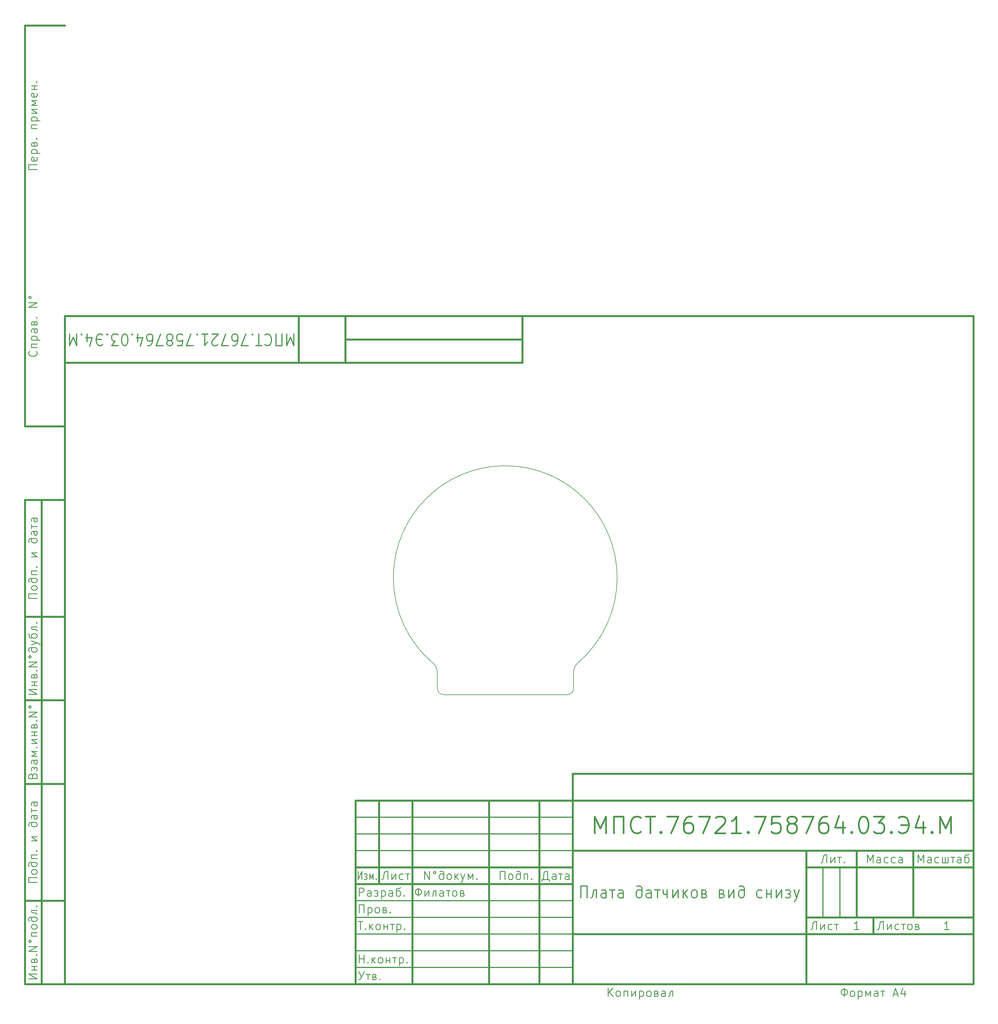
<source format=gbr>
%TF.GenerationSoftware,KiCad,Pcbnew,7.0.1*%
%TF.CreationDate,2023-12-14T23:14:27+03:00*%
%TF.ProjectId,_____ ________,1f3b3042-3020-4343-9042-47383a3e322e,rev?*%
%TF.SameCoordinates,Original*%
%TF.FileFunction,Profile,NP*%
%FSLAX46Y46*%
G04 Gerber Fmt 4.6, Leading zero omitted, Abs format (unit mm)*
G04 Created by KiCad (PCBNEW 7.0.1) date 2023-12-14 23:14:27*
%MOMM*%
%LPD*%
G01*
G04 APERTURE LIST*
%ADD10C,0.100000*%
%ADD11C,0.600000*%
%ADD12C,0.300000*%
%ADD13C,0.250000*%
%ADD14C,0.350000*%
%ADD15C,0.500000*%
%TA.AperFunction,Profile*%
%ADD16C,0.200000*%
%TD*%
G04 APERTURE END LIST*
D10*
D11*
X20000000Y-205007200D02*
X292002200Y-205007200D01*
X292002200Y-5000000D01*
X20000000Y-5000000D01*
X20000000Y-205007200D01*
D10*
D11*
X8000000Y-145007200D02*
X20000000Y-145007200D01*
D10*
D11*
X8000000Y-120007200D02*
X20000000Y-120007200D01*
D10*
D11*
X8000000Y-95007200D02*
X20000000Y-95007200D01*
D10*
D11*
X104000000Y-5000000D02*
X104000000Y-19000000D01*
D10*
D11*
X157000000Y-5000000D02*
X157000000Y-19000000D01*
D10*
D11*
X90000000Y-5000000D02*
X90000000Y-19000000D01*
D10*
D11*
X104000000Y-19000000D02*
X157000000Y-19000000D01*
D10*
D11*
X104000000Y-12000000D02*
X157000000Y-12000000D01*
D10*
D11*
X90000000Y-19000000D02*
X104000000Y-19000000D01*
D10*
D11*
X20000000Y-19000000D02*
X90000000Y-19000000D01*
D10*
D11*
X8000000Y-60007200D02*
X20000000Y-60007200D01*
D10*
D11*
X8000000Y-205007200D02*
X20000000Y-205007200D01*
D10*
D11*
X8000000Y-180007200D02*
X20000000Y-180007200D01*
D10*
D11*
X172002200Y-150007200D02*
X172002200Y-205007200D01*
D10*
D11*
X162002200Y-150007200D02*
X162002200Y-205007200D01*
D10*
D11*
X147002200Y-150007200D02*
X147002200Y-205007200D01*
D10*
D11*
X124002200Y-150007200D02*
X124002200Y-205007200D01*
D10*
D11*
X114002200Y-150007200D02*
X114002200Y-175007200D01*
D10*
D12*
X107002200Y-165007200D02*
X172002200Y-165007200D01*
D10*
D12*
X107002200Y-160007200D02*
X172002200Y-160007200D01*
D10*
D12*
X107002200Y-155007200D02*
X172002200Y-155007200D01*
D10*
D11*
X107002200Y-175007200D02*
X172002200Y-175007200D01*
D10*
D11*
X107002200Y-170007200D02*
X172002200Y-170007200D01*
D10*
D12*
X107002200Y-200007200D02*
X172002200Y-200007200D01*
D10*
D12*
X107002200Y-195007200D02*
X172002200Y-195007200D01*
D10*
D12*
X107002200Y-190007200D02*
X172002200Y-190007200D01*
D10*
D12*
X107002200Y-185007200D02*
X172002200Y-185007200D01*
D10*
D12*
X107002200Y-180007200D02*
X172002200Y-180007200D01*
D10*
D11*
X172002200Y-142007200D02*
X292002200Y-142007200D01*
D10*
D11*
X172002200Y-150007200D02*
X172002200Y-142007200D01*
D10*
D11*
X107002200Y-150007200D02*
X292002200Y-150007200D01*
D10*
D11*
X8000000Y-60007200D02*
X8000000Y-205007200D01*
D10*
D11*
X13000000Y-60007200D02*
X13000000Y-205007200D01*
D10*
D12*
X247002200Y-170007200D02*
X247002200Y-185007200D01*
D10*
D12*
X252002200Y-170007200D02*
X252002200Y-185007200D01*
D10*
D11*
X257002200Y-165007200D02*
X257002200Y-185007200D01*
D10*
D11*
X274002200Y-165007200D02*
X274002200Y-185007200D01*
D10*
D11*
X242002200Y-185007200D02*
X292002200Y-185007200D01*
D10*
D11*
X242002200Y-170007200D02*
X292002200Y-170007200D01*
D10*
D11*
X242002200Y-165007200D02*
X242002200Y-205007200D01*
D10*
D11*
X172002200Y-190007200D02*
X292002200Y-190007200D01*
D10*
D11*
X172002200Y-165007200D02*
X292002200Y-165007200D01*
D10*
D11*
X107002200Y-205007200D02*
X107002200Y-150007200D01*
D10*
D11*
X262002200Y-185007200D02*
X262002200Y-190007200D01*
D10*
D11*
X8000000Y81992800D02*
X20000000Y81992800D01*
D10*
D11*
X8000000Y-38007200D02*
X20000000Y-38007200D01*
D10*
D11*
X8000000Y81992800D02*
X8000000Y-38007200D01*
D10*
D13*
X127704580Y-173663747D02*
X127704580Y-171163747D01*
X127704580Y-171163747D02*
X129133151Y-173663747D01*
X129133151Y-173663747D02*
X129133151Y-171163747D01*
X130680770Y-171163747D02*
X130442675Y-171282795D01*
X130442675Y-171282795D02*
X130323628Y-171520890D01*
X130323628Y-171520890D02*
X130442675Y-171758985D01*
X130442675Y-171758985D02*
X130680770Y-171878033D01*
X130680770Y-171878033D02*
X130918866Y-171758985D01*
X130918866Y-171758985D02*
X131037913Y-171520890D01*
X131037913Y-171520890D02*
X130918866Y-171282795D01*
X130918866Y-171282795D02*
X130680770Y-171163747D01*
X133418866Y-172235176D02*
X133299818Y-172116128D01*
X133299818Y-172116128D02*
X133061723Y-171997080D01*
X133061723Y-171997080D02*
X132585532Y-171997080D01*
X132585532Y-171997080D02*
X132347437Y-172116128D01*
X132347437Y-172116128D02*
X132228390Y-172235176D01*
X132228390Y-172235176D02*
X132109342Y-172473271D01*
X132109342Y-172473271D02*
X132109342Y-173187557D01*
X132109342Y-173187557D02*
X132228390Y-173425652D01*
X132228390Y-173425652D02*
X132347437Y-173544700D01*
X132347437Y-173544700D02*
X132585532Y-173663747D01*
X132585532Y-173663747D02*
X132942675Y-173663747D01*
X132942675Y-173663747D02*
X133180771Y-173544700D01*
X133180771Y-173544700D02*
X133299818Y-173425652D01*
X133299818Y-173425652D02*
X133418866Y-173187557D01*
X133418866Y-173187557D02*
X133418866Y-171639938D01*
X133418866Y-171639938D02*
X133299818Y-171401842D01*
X133299818Y-171401842D02*
X133180771Y-171282795D01*
X133180771Y-171282795D02*
X132942675Y-171163747D01*
X132942675Y-171163747D02*
X132466485Y-171163747D01*
X132466485Y-171163747D02*
X132228390Y-171282795D01*
X134847437Y-173663747D02*
X134609342Y-173544700D01*
X134609342Y-173544700D02*
X134490295Y-173425652D01*
X134490295Y-173425652D02*
X134371247Y-173187557D01*
X134371247Y-173187557D02*
X134371247Y-172473271D01*
X134371247Y-172473271D02*
X134490295Y-172235176D01*
X134490295Y-172235176D02*
X134609342Y-172116128D01*
X134609342Y-172116128D02*
X134847437Y-171997080D01*
X134847437Y-171997080D02*
X135204580Y-171997080D01*
X135204580Y-171997080D02*
X135442676Y-172116128D01*
X135442676Y-172116128D02*
X135561723Y-172235176D01*
X135561723Y-172235176D02*
X135680771Y-172473271D01*
X135680771Y-172473271D02*
X135680771Y-173187557D01*
X135680771Y-173187557D02*
X135561723Y-173425652D01*
X135561723Y-173425652D02*
X135442676Y-173544700D01*
X135442676Y-173544700D02*
X135204580Y-173663747D01*
X135204580Y-173663747D02*
X134847437Y-173663747D01*
X136752200Y-171997080D02*
X136752200Y-173663747D01*
X136990295Y-172711366D02*
X137704581Y-173663747D01*
X137704581Y-171997080D02*
X136752200Y-172949461D01*
X138537914Y-171997080D02*
X139133152Y-173663747D01*
X139728391Y-171997080D02*
X139133152Y-173663747D01*
X139133152Y-173663747D02*
X138895057Y-174258985D01*
X138895057Y-174258985D02*
X138776010Y-174378033D01*
X138776010Y-174378033D02*
X138537914Y-174497080D01*
X140680772Y-173663747D02*
X140680772Y-171997080D01*
X140680772Y-171997080D02*
X141395057Y-173306604D01*
X141395057Y-173306604D02*
X142109343Y-171997080D01*
X142109343Y-171997080D02*
X142109343Y-173663747D01*
X143299820Y-173425652D02*
X143418867Y-173544700D01*
X143418867Y-173544700D02*
X143299820Y-173663747D01*
X143299820Y-173663747D02*
X143180772Y-173544700D01*
X143180772Y-173544700D02*
X143299820Y-173425652D01*
X143299820Y-173425652D02*
X143299820Y-173663747D01*
D10*
D13*
X10347023Y-142566723D02*
X10466071Y-142209580D01*
X10466071Y-142209580D02*
X10585119Y-142090533D01*
X10585119Y-142090533D02*
X10823214Y-141971485D01*
X10823214Y-141971485D02*
X11180357Y-141971485D01*
X11180357Y-141971485D02*
X11418452Y-142090533D01*
X11418452Y-142090533D02*
X11537500Y-142209580D01*
X11537500Y-142209580D02*
X11656547Y-142447675D01*
X11656547Y-142447675D02*
X11656547Y-143400056D01*
X11656547Y-143400056D02*
X9156547Y-143400056D01*
X9156547Y-143400056D02*
X9156547Y-142566723D01*
X9156547Y-142566723D02*
X9275595Y-142328628D01*
X9275595Y-142328628D02*
X9394642Y-142209580D01*
X9394642Y-142209580D02*
X9632738Y-142090533D01*
X9632738Y-142090533D02*
X9870833Y-142090533D01*
X9870833Y-142090533D02*
X10108928Y-142209580D01*
X10108928Y-142209580D02*
X10227976Y-142328628D01*
X10227976Y-142328628D02*
X10347023Y-142566723D01*
X10347023Y-142566723D02*
X10347023Y-143400056D01*
X10823214Y-140661961D02*
X10823214Y-140423866D01*
X10108928Y-141138152D02*
X9989880Y-140900056D01*
X9989880Y-140900056D02*
X9989880Y-140423866D01*
X9989880Y-140423866D02*
X10108928Y-140185771D01*
X10108928Y-140185771D02*
X10347023Y-140066723D01*
X10347023Y-140066723D02*
X10466071Y-140066723D01*
X10466071Y-140066723D02*
X10704166Y-140185771D01*
X10704166Y-140185771D02*
X10823214Y-140423866D01*
X10823214Y-140423866D02*
X10942261Y-140185771D01*
X10942261Y-140185771D02*
X11180357Y-140066723D01*
X11180357Y-140066723D02*
X11299404Y-140066723D01*
X11299404Y-140066723D02*
X11537500Y-140185771D01*
X11537500Y-140185771D02*
X11656547Y-140423866D01*
X11656547Y-140423866D02*
X11656547Y-140900056D01*
X11656547Y-140900056D02*
X11537500Y-141138152D01*
X11656547Y-137923866D02*
X10347023Y-137923866D01*
X10347023Y-137923866D02*
X10108928Y-138042913D01*
X10108928Y-138042913D02*
X9989880Y-138281009D01*
X9989880Y-138281009D02*
X9989880Y-138757199D01*
X9989880Y-138757199D02*
X10108928Y-138995294D01*
X11537500Y-137923866D02*
X11656547Y-138161961D01*
X11656547Y-138161961D02*
X11656547Y-138757199D01*
X11656547Y-138757199D02*
X11537500Y-138995294D01*
X11537500Y-138995294D02*
X11299404Y-139114342D01*
X11299404Y-139114342D02*
X11061309Y-139114342D01*
X11061309Y-139114342D02*
X10823214Y-138995294D01*
X10823214Y-138995294D02*
X10704166Y-138757199D01*
X10704166Y-138757199D02*
X10704166Y-138161961D01*
X10704166Y-138161961D02*
X10585119Y-137923866D01*
X11656547Y-136733389D02*
X9989880Y-136733389D01*
X9989880Y-136733389D02*
X11299404Y-136019104D01*
X11299404Y-136019104D02*
X9989880Y-135304818D01*
X9989880Y-135304818D02*
X11656547Y-135304818D01*
X11418452Y-134114341D02*
X11537500Y-133995294D01*
X11537500Y-133995294D02*
X11656547Y-134114341D01*
X11656547Y-134114341D02*
X11537500Y-134233389D01*
X11537500Y-134233389D02*
X11418452Y-134114341D01*
X11418452Y-134114341D02*
X11656547Y-134114341D01*
X9989880Y-132923865D02*
X11656547Y-132923865D01*
X11656547Y-132923865D02*
X9989880Y-131733389D01*
X9989880Y-131733389D02*
X11656547Y-131733389D01*
X10823214Y-130542913D02*
X10823214Y-129471485D01*
X9989880Y-130542913D02*
X11656547Y-130542913D01*
X9989880Y-129471485D02*
X11656547Y-129471485D01*
X10823214Y-127685770D02*
X10942261Y-127328627D01*
X10942261Y-127328627D02*
X11180357Y-127209580D01*
X11180357Y-127209580D02*
X11299404Y-127209580D01*
X11299404Y-127209580D02*
X11537500Y-127328627D01*
X11537500Y-127328627D02*
X11656547Y-127566723D01*
X11656547Y-127566723D02*
X11656547Y-128281008D01*
X11656547Y-128281008D02*
X9989880Y-128281008D01*
X9989880Y-128281008D02*
X9989880Y-127685770D01*
X9989880Y-127685770D02*
X10108928Y-127447675D01*
X10108928Y-127447675D02*
X10347023Y-127328627D01*
X10347023Y-127328627D02*
X10466071Y-127328627D01*
X10466071Y-127328627D02*
X10704166Y-127447675D01*
X10704166Y-127447675D02*
X10823214Y-127685770D01*
X10823214Y-127685770D02*
X10823214Y-128281008D01*
X11418452Y-126138151D02*
X11537500Y-126019104D01*
X11537500Y-126019104D02*
X11656547Y-126138151D01*
X11656547Y-126138151D02*
X11537500Y-126257199D01*
X11537500Y-126257199D02*
X11418452Y-126138151D01*
X11418452Y-126138151D02*
X11656547Y-126138151D01*
X11656547Y-124947675D02*
X9156547Y-124947675D01*
X9156547Y-124947675D02*
X11656547Y-123519104D01*
X11656547Y-123519104D02*
X9156547Y-123519104D01*
X9156547Y-121971485D02*
X9275595Y-122209580D01*
X9275595Y-122209580D02*
X9513690Y-122328627D01*
X9513690Y-122328627D02*
X9751785Y-122209580D01*
X9751785Y-122209580D02*
X9870833Y-121971485D01*
X9870833Y-121971485D02*
X9751785Y-121733389D01*
X9751785Y-121733389D02*
X9513690Y-121614342D01*
X9513690Y-121614342D02*
X9275595Y-121733389D01*
X9275595Y-121733389D02*
X9156547Y-121971485D01*
D10*
D13*
X164978390Y-174258985D02*
X164978390Y-173663747D01*
X164978390Y-173663747D02*
X162835532Y-173663747D01*
X162835532Y-173663747D02*
X162835532Y-174258985D01*
X164502199Y-173663747D02*
X164502199Y-171163747D01*
X164502199Y-171163747D02*
X163906961Y-171163747D01*
X163906961Y-171163747D02*
X163668866Y-171282795D01*
X163668866Y-171282795D02*
X163549818Y-171401842D01*
X163549818Y-171401842D02*
X163430770Y-171639938D01*
X163430770Y-171639938D02*
X163192675Y-173663747D01*
X167002199Y-173663747D02*
X167002199Y-172354223D01*
X167002199Y-172354223D02*
X166883152Y-172116128D01*
X166883152Y-172116128D02*
X166645056Y-171997080D01*
X166645056Y-171997080D02*
X166168866Y-171997080D01*
X166168866Y-171997080D02*
X165930771Y-172116128D01*
X167002199Y-173544700D02*
X166764104Y-173663747D01*
X166764104Y-173663747D02*
X166168866Y-173663747D01*
X166168866Y-173663747D02*
X165930771Y-173544700D01*
X165930771Y-173544700D02*
X165811723Y-173306604D01*
X165811723Y-173306604D02*
X165811723Y-173068509D01*
X165811723Y-173068509D02*
X165930771Y-172830414D01*
X165930771Y-172830414D02*
X166168866Y-172711366D01*
X166168866Y-172711366D02*
X166764104Y-172711366D01*
X166764104Y-172711366D02*
X167002199Y-172592319D01*
X167835533Y-171997080D02*
X169026009Y-171997080D01*
X168430771Y-171997080D02*
X168430771Y-173663747D01*
X170930771Y-173663747D02*
X170930771Y-172354223D01*
X170930771Y-172354223D02*
X170811724Y-172116128D01*
X170811724Y-172116128D02*
X170573628Y-171997080D01*
X170573628Y-171997080D02*
X170097438Y-171997080D01*
X170097438Y-171997080D02*
X169859343Y-172116128D01*
X170930771Y-173544700D02*
X170692676Y-173663747D01*
X170692676Y-173663747D02*
X170097438Y-173663747D01*
X170097438Y-173663747D02*
X169859343Y-173544700D01*
X169859343Y-173544700D02*
X169740295Y-173306604D01*
X169740295Y-173306604D02*
X169740295Y-173068509D01*
X169740295Y-173068509D02*
X169859343Y-172830414D01*
X169859343Y-172830414D02*
X170097438Y-172711366D01*
X170097438Y-172711366D02*
X170692676Y-172711366D01*
X170692676Y-172711366D02*
X170930771Y-172592319D01*
D10*
D13*
X107807564Y-171163747D02*
X107807564Y-173663747D01*
X107807564Y-173663747D02*
X108885419Y-171163747D01*
X108885419Y-171163747D02*
X108885419Y-173663747D01*
X109963273Y-172830414D02*
X110142915Y-172830414D01*
X109603988Y-172116128D02*
X109783630Y-171997080D01*
X109783630Y-171997080D02*
X110142915Y-171997080D01*
X110142915Y-171997080D02*
X110322558Y-172116128D01*
X110322558Y-172116128D02*
X110412379Y-172354223D01*
X110412379Y-172354223D02*
X110412379Y-172473271D01*
X110412379Y-172473271D02*
X110322558Y-172711366D01*
X110322558Y-172711366D02*
X110142915Y-172830414D01*
X110142915Y-172830414D02*
X110322558Y-172949461D01*
X110322558Y-172949461D02*
X110412379Y-173187557D01*
X110412379Y-173187557D02*
X110412379Y-173306604D01*
X110412379Y-173306604D02*
X110322558Y-173544700D01*
X110322558Y-173544700D02*
X110142915Y-173663747D01*
X110142915Y-173663747D02*
X109783630Y-173663747D01*
X109783630Y-173663747D02*
X109603988Y-173544700D01*
X111220769Y-173663747D02*
X111220769Y-171997080D01*
X111220769Y-171997080D02*
X111759697Y-173306604D01*
X111759697Y-173306604D02*
X112298624Y-171997080D01*
X112298624Y-171997080D02*
X112298624Y-173663747D01*
X113196835Y-173425652D02*
X113286657Y-173544700D01*
X113286657Y-173544700D02*
X113196835Y-173663747D01*
X113196835Y-173663747D02*
X113107014Y-173544700D01*
X113107014Y-173544700D02*
X113196835Y-173425652D01*
X113196835Y-173425652D02*
X113196835Y-173663747D01*
D10*
D13*
X9156547Y-118161961D02*
X11656547Y-118161961D01*
X11656547Y-118161961D02*
X9156547Y-116733390D01*
X9156547Y-116733390D02*
X11656547Y-116733390D01*
X10823214Y-115542913D02*
X10823214Y-114471485D01*
X9989880Y-115542913D02*
X11656547Y-115542913D01*
X9989880Y-114471485D02*
X11656547Y-114471485D01*
X10823214Y-112685770D02*
X10942261Y-112328627D01*
X10942261Y-112328627D02*
X11180357Y-112209580D01*
X11180357Y-112209580D02*
X11299404Y-112209580D01*
X11299404Y-112209580D02*
X11537500Y-112328627D01*
X11537500Y-112328627D02*
X11656547Y-112566723D01*
X11656547Y-112566723D02*
X11656547Y-113281008D01*
X11656547Y-113281008D02*
X9989880Y-113281008D01*
X9989880Y-113281008D02*
X9989880Y-112685770D01*
X9989880Y-112685770D02*
X10108928Y-112447675D01*
X10108928Y-112447675D02*
X10347023Y-112328627D01*
X10347023Y-112328627D02*
X10466071Y-112328627D01*
X10466071Y-112328627D02*
X10704166Y-112447675D01*
X10704166Y-112447675D02*
X10823214Y-112685770D01*
X10823214Y-112685770D02*
X10823214Y-113281008D01*
X11418452Y-111138151D02*
X11537500Y-111019104D01*
X11537500Y-111019104D02*
X11656547Y-111138151D01*
X11656547Y-111138151D02*
X11537500Y-111257199D01*
X11537500Y-111257199D02*
X11418452Y-111138151D01*
X11418452Y-111138151D02*
X11656547Y-111138151D01*
X11656547Y-109947675D02*
X9156547Y-109947675D01*
X9156547Y-109947675D02*
X11656547Y-108519104D01*
X11656547Y-108519104D02*
X9156547Y-108519104D01*
X9156547Y-106971485D02*
X9275595Y-107209580D01*
X9275595Y-107209580D02*
X9513690Y-107328627D01*
X9513690Y-107328627D02*
X9751785Y-107209580D01*
X9751785Y-107209580D02*
X9870833Y-106971485D01*
X9870833Y-106971485D02*
X9751785Y-106733389D01*
X9751785Y-106733389D02*
X9513690Y-106614342D01*
X9513690Y-106614342D02*
X9275595Y-106733389D01*
X9275595Y-106733389D02*
X9156547Y-106971485D01*
X10227976Y-104233389D02*
X10108928Y-104352437D01*
X10108928Y-104352437D02*
X9989880Y-104590532D01*
X9989880Y-104590532D02*
X9989880Y-105066723D01*
X9989880Y-105066723D02*
X10108928Y-105304818D01*
X10108928Y-105304818D02*
X10227976Y-105423865D01*
X10227976Y-105423865D02*
X10466071Y-105542913D01*
X10466071Y-105542913D02*
X11180357Y-105542913D01*
X11180357Y-105542913D02*
X11418452Y-105423865D01*
X11418452Y-105423865D02*
X11537500Y-105304818D01*
X11537500Y-105304818D02*
X11656547Y-105066723D01*
X11656547Y-105066723D02*
X11656547Y-104709580D01*
X11656547Y-104709580D02*
X11537500Y-104471484D01*
X11537500Y-104471484D02*
X11418452Y-104352437D01*
X11418452Y-104352437D02*
X11180357Y-104233389D01*
X11180357Y-104233389D02*
X9632738Y-104233389D01*
X9632738Y-104233389D02*
X9394642Y-104352437D01*
X9394642Y-104352437D02*
X9275595Y-104471484D01*
X9275595Y-104471484D02*
X9156547Y-104709580D01*
X9156547Y-104709580D02*
X9156547Y-105185770D01*
X9156547Y-105185770D02*
X9275595Y-105423865D01*
X9989880Y-103400056D02*
X11656547Y-102804818D01*
X9989880Y-102209579D02*
X11656547Y-102804818D01*
X11656547Y-102804818D02*
X12251785Y-103042913D01*
X12251785Y-103042913D02*
X12370833Y-103161960D01*
X12370833Y-103161960D02*
X12489880Y-103400056D01*
X9037500Y-100066722D02*
X9156547Y-100185770D01*
X9156547Y-100185770D02*
X9275595Y-100423865D01*
X9275595Y-100423865D02*
X9275595Y-100900056D01*
X9275595Y-100900056D02*
X9394642Y-101138151D01*
X9394642Y-101138151D02*
X9513690Y-101257198D01*
X9513690Y-101257198D02*
X9751785Y-101376246D01*
X9751785Y-101376246D02*
X11180357Y-101376246D01*
X11180357Y-101376246D02*
X11418452Y-101257198D01*
X11418452Y-101257198D02*
X11537500Y-101138151D01*
X11537500Y-101138151D02*
X11656547Y-100900056D01*
X11656547Y-100900056D02*
X11656547Y-100542913D01*
X11656547Y-100542913D02*
X11537500Y-100304817D01*
X11537500Y-100304817D02*
X11418452Y-100185770D01*
X11418452Y-100185770D02*
X11180357Y-100066722D01*
X11180357Y-100066722D02*
X10466071Y-100066722D01*
X10466071Y-100066722D02*
X10227976Y-100185770D01*
X10227976Y-100185770D02*
X10108928Y-100304817D01*
X10108928Y-100304817D02*
X9989880Y-100542913D01*
X9989880Y-100542913D02*
X9989880Y-101019103D01*
X9989880Y-101019103D02*
X10108928Y-101257198D01*
X10108928Y-101257198D02*
X10227976Y-101376246D01*
X11656547Y-98042912D02*
X9989880Y-98042912D01*
X9989880Y-98042912D02*
X9989880Y-98400055D01*
X9989880Y-98400055D02*
X10108928Y-98638151D01*
X10108928Y-98638151D02*
X10347023Y-98757198D01*
X10347023Y-98757198D02*
X11299404Y-98876246D01*
X11299404Y-98876246D02*
X11537500Y-98995293D01*
X11537500Y-98995293D02*
X11656547Y-99233389D01*
X11418452Y-96852436D02*
X11537500Y-96733389D01*
X11537500Y-96733389D02*
X11656547Y-96852436D01*
X11656547Y-96852436D02*
X11537500Y-96971484D01*
X11537500Y-96971484D02*
X11418452Y-96852436D01*
X11418452Y-96852436D02*
X11656547Y-96852436D01*
D10*
D13*
X9156547Y-203340533D02*
X11656547Y-203340533D01*
X11656547Y-203340533D02*
X9156547Y-201911962D01*
X9156547Y-201911962D02*
X11656547Y-201911962D01*
X10823214Y-200721485D02*
X10823214Y-199650057D01*
X9989880Y-200721485D02*
X11656547Y-200721485D01*
X9989880Y-199650057D02*
X11656547Y-199650057D01*
X10823214Y-197864342D02*
X10942261Y-197507199D01*
X10942261Y-197507199D02*
X11180357Y-197388152D01*
X11180357Y-197388152D02*
X11299404Y-197388152D01*
X11299404Y-197388152D02*
X11537500Y-197507199D01*
X11537500Y-197507199D02*
X11656547Y-197745295D01*
X11656547Y-197745295D02*
X11656547Y-198459580D01*
X11656547Y-198459580D02*
X9989880Y-198459580D01*
X9989880Y-198459580D02*
X9989880Y-197864342D01*
X9989880Y-197864342D02*
X10108928Y-197626247D01*
X10108928Y-197626247D02*
X10347023Y-197507199D01*
X10347023Y-197507199D02*
X10466071Y-197507199D01*
X10466071Y-197507199D02*
X10704166Y-197626247D01*
X10704166Y-197626247D02*
X10823214Y-197864342D01*
X10823214Y-197864342D02*
X10823214Y-198459580D01*
X11418452Y-196316723D02*
X11537500Y-196197676D01*
X11537500Y-196197676D02*
X11656547Y-196316723D01*
X11656547Y-196316723D02*
X11537500Y-196435771D01*
X11537500Y-196435771D02*
X11418452Y-196316723D01*
X11418452Y-196316723D02*
X11656547Y-196316723D01*
X11656547Y-195126247D02*
X9156547Y-195126247D01*
X9156547Y-195126247D02*
X11656547Y-193697676D01*
X11656547Y-193697676D02*
X9156547Y-193697676D01*
X9156547Y-192150057D02*
X9275595Y-192388152D01*
X9275595Y-192388152D02*
X9513690Y-192507199D01*
X9513690Y-192507199D02*
X9751785Y-192388152D01*
X9751785Y-192388152D02*
X9870833Y-192150057D01*
X9870833Y-192150057D02*
X9751785Y-191911961D01*
X9751785Y-191911961D02*
X9513690Y-191792914D01*
X9513690Y-191792914D02*
X9275595Y-191911961D01*
X9275595Y-191911961D02*
X9156547Y-192150057D01*
X11656547Y-190602437D02*
X9989880Y-190602437D01*
X9989880Y-190602437D02*
X9989880Y-189531009D01*
X9989880Y-189531009D02*
X11656547Y-189531009D01*
X11656547Y-187983390D02*
X11537500Y-188221485D01*
X11537500Y-188221485D02*
X11418452Y-188340532D01*
X11418452Y-188340532D02*
X11180357Y-188459580D01*
X11180357Y-188459580D02*
X10466071Y-188459580D01*
X10466071Y-188459580D02*
X10227976Y-188340532D01*
X10227976Y-188340532D02*
X10108928Y-188221485D01*
X10108928Y-188221485D02*
X9989880Y-187983390D01*
X9989880Y-187983390D02*
X9989880Y-187626247D01*
X9989880Y-187626247D02*
X10108928Y-187388151D01*
X10108928Y-187388151D02*
X10227976Y-187269104D01*
X10227976Y-187269104D02*
X10466071Y-187150056D01*
X10466071Y-187150056D02*
X11180357Y-187150056D01*
X11180357Y-187150056D02*
X11418452Y-187269104D01*
X11418452Y-187269104D02*
X11537500Y-187388151D01*
X11537500Y-187388151D02*
X11656547Y-187626247D01*
X11656547Y-187626247D02*
X11656547Y-187983390D01*
X10227976Y-184888151D02*
X10108928Y-185007199D01*
X10108928Y-185007199D02*
X9989880Y-185245294D01*
X9989880Y-185245294D02*
X9989880Y-185721485D01*
X9989880Y-185721485D02*
X10108928Y-185959580D01*
X10108928Y-185959580D02*
X10227976Y-186078627D01*
X10227976Y-186078627D02*
X10466071Y-186197675D01*
X10466071Y-186197675D02*
X11180357Y-186197675D01*
X11180357Y-186197675D02*
X11418452Y-186078627D01*
X11418452Y-186078627D02*
X11537500Y-185959580D01*
X11537500Y-185959580D02*
X11656547Y-185721485D01*
X11656547Y-185721485D02*
X11656547Y-185364342D01*
X11656547Y-185364342D02*
X11537500Y-185126246D01*
X11537500Y-185126246D02*
X11418452Y-185007199D01*
X11418452Y-185007199D02*
X11180357Y-184888151D01*
X11180357Y-184888151D02*
X9632738Y-184888151D01*
X9632738Y-184888151D02*
X9394642Y-185007199D01*
X9394642Y-185007199D02*
X9275595Y-185126246D01*
X9275595Y-185126246D02*
X9156547Y-185364342D01*
X9156547Y-185364342D02*
X9156547Y-185840532D01*
X9156547Y-185840532D02*
X9275595Y-186078627D01*
X11656547Y-182864341D02*
X9989880Y-182864341D01*
X9989880Y-182864341D02*
X9989880Y-183221484D01*
X9989880Y-183221484D02*
X10108928Y-183459580D01*
X10108928Y-183459580D02*
X10347023Y-183578627D01*
X10347023Y-183578627D02*
X11299404Y-183697675D01*
X11299404Y-183697675D02*
X11537500Y-183816722D01*
X11537500Y-183816722D02*
X11656547Y-184054818D01*
X11418452Y-181673865D02*
X11537500Y-181554818D01*
X11537500Y-181554818D02*
X11656547Y-181673865D01*
X11656547Y-181673865D02*
X11537500Y-181792913D01*
X11537500Y-181792913D02*
X11418452Y-181673865D01*
X11418452Y-181673865D02*
X11656547Y-181673865D01*
D10*
D13*
X182597438Y-208663747D02*
X182597438Y-206163747D01*
X184026009Y-208663747D02*
X182954580Y-207235176D01*
X184026009Y-206163747D02*
X182597438Y-207592319D01*
X185454580Y-208663747D02*
X185216485Y-208544700D01*
X185216485Y-208544700D02*
X185097438Y-208425652D01*
X185097438Y-208425652D02*
X184978390Y-208187557D01*
X184978390Y-208187557D02*
X184978390Y-207473271D01*
X184978390Y-207473271D02*
X185097438Y-207235176D01*
X185097438Y-207235176D02*
X185216485Y-207116128D01*
X185216485Y-207116128D02*
X185454580Y-206997080D01*
X185454580Y-206997080D02*
X185811723Y-206997080D01*
X185811723Y-206997080D02*
X186049819Y-207116128D01*
X186049819Y-207116128D02*
X186168866Y-207235176D01*
X186168866Y-207235176D02*
X186287914Y-207473271D01*
X186287914Y-207473271D02*
X186287914Y-208187557D01*
X186287914Y-208187557D02*
X186168866Y-208425652D01*
X186168866Y-208425652D02*
X186049819Y-208544700D01*
X186049819Y-208544700D02*
X185811723Y-208663747D01*
X185811723Y-208663747D02*
X185454580Y-208663747D01*
X187359343Y-208663747D02*
X187359343Y-206997080D01*
X187359343Y-206997080D02*
X188430771Y-206997080D01*
X188430771Y-206997080D02*
X188430771Y-208663747D01*
X189621248Y-206997080D02*
X189621248Y-208663747D01*
X189621248Y-208663747D02*
X190811724Y-206997080D01*
X190811724Y-206997080D02*
X190811724Y-208663747D01*
X192002200Y-206997080D02*
X192002200Y-209497080D01*
X192002200Y-207116128D02*
X192240295Y-206997080D01*
X192240295Y-206997080D02*
X192716485Y-206997080D01*
X192716485Y-206997080D02*
X192954581Y-207116128D01*
X192954581Y-207116128D02*
X193073628Y-207235176D01*
X193073628Y-207235176D02*
X193192676Y-207473271D01*
X193192676Y-207473271D02*
X193192676Y-208187557D01*
X193192676Y-208187557D02*
X193073628Y-208425652D01*
X193073628Y-208425652D02*
X192954581Y-208544700D01*
X192954581Y-208544700D02*
X192716485Y-208663747D01*
X192716485Y-208663747D02*
X192240295Y-208663747D01*
X192240295Y-208663747D02*
X192002200Y-208544700D01*
X194621247Y-208663747D02*
X194383152Y-208544700D01*
X194383152Y-208544700D02*
X194264105Y-208425652D01*
X194264105Y-208425652D02*
X194145057Y-208187557D01*
X194145057Y-208187557D02*
X194145057Y-207473271D01*
X194145057Y-207473271D02*
X194264105Y-207235176D01*
X194264105Y-207235176D02*
X194383152Y-207116128D01*
X194383152Y-207116128D02*
X194621247Y-206997080D01*
X194621247Y-206997080D02*
X194978390Y-206997080D01*
X194978390Y-206997080D02*
X195216486Y-207116128D01*
X195216486Y-207116128D02*
X195335533Y-207235176D01*
X195335533Y-207235176D02*
X195454581Y-207473271D01*
X195454581Y-207473271D02*
X195454581Y-208187557D01*
X195454581Y-208187557D02*
X195335533Y-208425652D01*
X195335533Y-208425652D02*
X195216486Y-208544700D01*
X195216486Y-208544700D02*
X194978390Y-208663747D01*
X194978390Y-208663747D02*
X194621247Y-208663747D01*
X197121248Y-207830414D02*
X197478391Y-207949461D01*
X197478391Y-207949461D02*
X197597438Y-208187557D01*
X197597438Y-208187557D02*
X197597438Y-208306604D01*
X197597438Y-208306604D02*
X197478391Y-208544700D01*
X197478391Y-208544700D02*
X197240295Y-208663747D01*
X197240295Y-208663747D02*
X196526010Y-208663747D01*
X196526010Y-208663747D02*
X196526010Y-206997080D01*
X196526010Y-206997080D02*
X197121248Y-206997080D01*
X197121248Y-206997080D02*
X197359343Y-207116128D01*
X197359343Y-207116128D02*
X197478391Y-207354223D01*
X197478391Y-207354223D02*
X197478391Y-207473271D01*
X197478391Y-207473271D02*
X197359343Y-207711366D01*
X197359343Y-207711366D02*
X197121248Y-207830414D01*
X197121248Y-207830414D02*
X196526010Y-207830414D01*
X199740295Y-208663747D02*
X199740295Y-207354223D01*
X199740295Y-207354223D02*
X199621248Y-207116128D01*
X199621248Y-207116128D02*
X199383152Y-206997080D01*
X199383152Y-206997080D02*
X198906962Y-206997080D01*
X198906962Y-206997080D02*
X198668867Y-207116128D01*
X199740295Y-208544700D02*
X199502200Y-208663747D01*
X199502200Y-208663747D02*
X198906962Y-208663747D01*
X198906962Y-208663747D02*
X198668867Y-208544700D01*
X198668867Y-208544700D02*
X198549819Y-208306604D01*
X198549819Y-208306604D02*
X198549819Y-208068509D01*
X198549819Y-208068509D02*
X198668867Y-207830414D01*
X198668867Y-207830414D02*
X198906962Y-207711366D01*
X198906962Y-207711366D02*
X199502200Y-207711366D01*
X199502200Y-207711366D02*
X199740295Y-207592319D01*
X201883153Y-208663747D02*
X201883153Y-206997080D01*
X201883153Y-206997080D02*
X201526010Y-206997080D01*
X201526010Y-206997080D02*
X201287914Y-207116128D01*
X201287914Y-207116128D02*
X201168867Y-207354223D01*
X201168867Y-207354223D02*
X201049819Y-208306604D01*
X201049819Y-208306604D02*
X200930772Y-208544700D01*
X200930772Y-208544700D02*
X200692676Y-208663747D01*
D10*
D13*
X245026009Y-188663747D02*
X245026009Y-186163747D01*
X245026009Y-186163747D02*
X244668866Y-186163747D01*
X244668866Y-186163747D02*
X244311723Y-186282795D01*
X244311723Y-186282795D02*
X244073628Y-186520890D01*
X244073628Y-186520890D02*
X243954580Y-186878033D01*
X243954580Y-186878033D02*
X243716485Y-188306604D01*
X243716485Y-188306604D02*
X243597438Y-188544700D01*
X243597438Y-188544700D02*
X243359342Y-188663747D01*
X243359342Y-188663747D02*
X243240295Y-188663747D01*
X246216486Y-186997080D02*
X246216486Y-188663747D01*
X246216486Y-188663747D02*
X247406962Y-186997080D01*
X247406962Y-186997080D02*
X247406962Y-188663747D01*
X249668866Y-188544700D02*
X249430771Y-188663747D01*
X249430771Y-188663747D02*
X248954580Y-188663747D01*
X248954580Y-188663747D02*
X248716485Y-188544700D01*
X248716485Y-188544700D02*
X248597438Y-188425652D01*
X248597438Y-188425652D02*
X248478390Y-188187557D01*
X248478390Y-188187557D02*
X248478390Y-187473271D01*
X248478390Y-187473271D02*
X248597438Y-187235176D01*
X248597438Y-187235176D02*
X248716485Y-187116128D01*
X248716485Y-187116128D02*
X248954580Y-186997080D01*
X248954580Y-186997080D02*
X249430771Y-186997080D01*
X249430771Y-186997080D02*
X249668866Y-187116128D01*
X250383152Y-186997080D02*
X251573628Y-186997080D01*
X250978390Y-186997080D02*
X250978390Y-188663747D01*
D10*
D13*
X116621247Y-173663747D02*
X116621247Y-171163747D01*
X116621247Y-171163747D02*
X116264104Y-171163747D01*
X116264104Y-171163747D02*
X115906961Y-171282795D01*
X115906961Y-171282795D02*
X115668866Y-171520890D01*
X115668866Y-171520890D02*
X115549818Y-171878033D01*
X115549818Y-171878033D02*
X115311723Y-173306604D01*
X115311723Y-173306604D02*
X115192676Y-173544700D01*
X115192676Y-173544700D02*
X114954580Y-173663747D01*
X114954580Y-173663747D02*
X114835533Y-173663747D01*
X117811724Y-171997080D02*
X117811724Y-173663747D01*
X117811724Y-173663747D02*
X119002200Y-171997080D01*
X119002200Y-171997080D02*
X119002200Y-173663747D01*
X121264104Y-173544700D02*
X121026009Y-173663747D01*
X121026009Y-173663747D02*
X120549818Y-173663747D01*
X120549818Y-173663747D02*
X120311723Y-173544700D01*
X120311723Y-173544700D02*
X120192676Y-173425652D01*
X120192676Y-173425652D02*
X120073628Y-173187557D01*
X120073628Y-173187557D02*
X120073628Y-172473271D01*
X120073628Y-172473271D02*
X120192676Y-172235176D01*
X120192676Y-172235176D02*
X120311723Y-172116128D01*
X120311723Y-172116128D02*
X120549818Y-171997080D01*
X120549818Y-171997080D02*
X121026009Y-171997080D01*
X121026009Y-171997080D02*
X121264104Y-172116128D01*
X121978390Y-171997080D02*
X123168866Y-171997080D01*
X122573628Y-171997080D02*
X122573628Y-173663747D01*
D10*
D13*
X265026009Y-188663747D02*
X265026009Y-186163747D01*
X265026009Y-186163747D02*
X264668866Y-186163747D01*
X264668866Y-186163747D02*
X264311723Y-186282795D01*
X264311723Y-186282795D02*
X264073628Y-186520890D01*
X264073628Y-186520890D02*
X263954580Y-186878033D01*
X263954580Y-186878033D02*
X263716485Y-188306604D01*
X263716485Y-188306604D02*
X263597438Y-188544700D01*
X263597438Y-188544700D02*
X263359342Y-188663747D01*
X263359342Y-188663747D02*
X263240295Y-188663747D01*
X266216486Y-186997080D02*
X266216486Y-188663747D01*
X266216486Y-188663747D02*
X267406962Y-186997080D01*
X267406962Y-186997080D02*
X267406962Y-188663747D01*
X269668866Y-188544700D02*
X269430771Y-188663747D01*
X269430771Y-188663747D02*
X268954580Y-188663747D01*
X268954580Y-188663747D02*
X268716485Y-188544700D01*
X268716485Y-188544700D02*
X268597438Y-188425652D01*
X268597438Y-188425652D02*
X268478390Y-188187557D01*
X268478390Y-188187557D02*
X268478390Y-187473271D01*
X268478390Y-187473271D02*
X268597438Y-187235176D01*
X268597438Y-187235176D02*
X268716485Y-187116128D01*
X268716485Y-187116128D02*
X268954580Y-186997080D01*
X268954580Y-186997080D02*
X269430771Y-186997080D01*
X269430771Y-186997080D02*
X269668866Y-187116128D01*
X270383152Y-186997080D02*
X271573628Y-186997080D01*
X270978390Y-186997080D02*
X270978390Y-188663747D01*
X272764104Y-188663747D02*
X272526009Y-188544700D01*
X272526009Y-188544700D02*
X272406962Y-188425652D01*
X272406962Y-188425652D02*
X272287914Y-188187557D01*
X272287914Y-188187557D02*
X272287914Y-187473271D01*
X272287914Y-187473271D02*
X272406962Y-187235176D01*
X272406962Y-187235176D02*
X272526009Y-187116128D01*
X272526009Y-187116128D02*
X272764104Y-186997080D01*
X272764104Y-186997080D02*
X273121247Y-186997080D01*
X273121247Y-186997080D02*
X273359343Y-187116128D01*
X273359343Y-187116128D02*
X273478390Y-187235176D01*
X273478390Y-187235176D02*
X273597438Y-187473271D01*
X273597438Y-187473271D02*
X273597438Y-188187557D01*
X273597438Y-188187557D02*
X273478390Y-188425652D01*
X273478390Y-188425652D02*
X273359343Y-188544700D01*
X273359343Y-188544700D02*
X273121247Y-188663747D01*
X273121247Y-188663747D02*
X272764104Y-188663747D01*
X275264105Y-187830414D02*
X275621248Y-187949461D01*
X275621248Y-187949461D02*
X275740295Y-188187557D01*
X275740295Y-188187557D02*
X275740295Y-188306604D01*
X275740295Y-188306604D02*
X275621248Y-188544700D01*
X275621248Y-188544700D02*
X275383152Y-188663747D01*
X275383152Y-188663747D02*
X274668867Y-188663747D01*
X274668867Y-188663747D02*
X274668867Y-186997080D01*
X274668867Y-186997080D02*
X275264105Y-186997080D01*
X275264105Y-186997080D02*
X275502200Y-187116128D01*
X275502200Y-187116128D02*
X275621248Y-187354223D01*
X275621248Y-187354223D02*
X275621248Y-187473271D01*
X275621248Y-187473271D02*
X275502200Y-187711366D01*
X275502200Y-187711366D02*
X275264105Y-187830414D01*
X275264105Y-187830414D02*
X274668867Y-187830414D01*
D10*
D13*
X248097438Y-168663747D02*
X248097438Y-166163747D01*
X248097438Y-166163747D02*
X247740295Y-166163747D01*
X247740295Y-166163747D02*
X247383152Y-166282795D01*
X247383152Y-166282795D02*
X247145057Y-166520890D01*
X247145057Y-166520890D02*
X247026009Y-166878033D01*
X247026009Y-166878033D02*
X246787914Y-168306604D01*
X246787914Y-168306604D02*
X246668867Y-168544700D01*
X246668867Y-168544700D02*
X246430771Y-168663747D01*
X246430771Y-168663747D02*
X246311724Y-168663747D01*
X249287915Y-166997080D02*
X249287915Y-168663747D01*
X249287915Y-168663747D02*
X250478391Y-166997080D01*
X250478391Y-166997080D02*
X250478391Y-168663747D01*
X251311724Y-166997080D02*
X252502200Y-166997080D01*
X251906962Y-166997080D02*
X251906962Y-168663747D01*
X253335534Y-168425652D02*
X253454581Y-168544700D01*
X253454581Y-168544700D02*
X253335534Y-168663747D01*
X253335534Y-168663747D02*
X253216486Y-168544700D01*
X253216486Y-168544700D02*
X253335534Y-168425652D01*
X253335534Y-168425652D02*
X253335534Y-168663747D01*
D10*
D13*
X260264105Y-168663747D02*
X260264105Y-166163747D01*
X260264105Y-166163747D02*
X261097438Y-167949461D01*
X261097438Y-167949461D02*
X261930771Y-166163747D01*
X261930771Y-166163747D02*
X261930771Y-168663747D01*
X264192676Y-168663747D02*
X264192676Y-167354223D01*
X264192676Y-167354223D02*
X264073629Y-167116128D01*
X264073629Y-167116128D02*
X263835533Y-166997080D01*
X263835533Y-166997080D02*
X263359343Y-166997080D01*
X263359343Y-166997080D02*
X263121248Y-167116128D01*
X264192676Y-168544700D02*
X263954581Y-168663747D01*
X263954581Y-168663747D02*
X263359343Y-168663747D01*
X263359343Y-168663747D02*
X263121248Y-168544700D01*
X263121248Y-168544700D02*
X263002200Y-168306604D01*
X263002200Y-168306604D02*
X263002200Y-168068509D01*
X263002200Y-168068509D02*
X263121248Y-167830414D01*
X263121248Y-167830414D02*
X263359343Y-167711366D01*
X263359343Y-167711366D02*
X263954581Y-167711366D01*
X263954581Y-167711366D02*
X264192676Y-167592319D01*
X266454581Y-168544700D02*
X266216486Y-168663747D01*
X266216486Y-168663747D02*
X265740295Y-168663747D01*
X265740295Y-168663747D02*
X265502200Y-168544700D01*
X265502200Y-168544700D02*
X265383153Y-168425652D01*
X265383153Y-168425652D02*
X265264105Y-168187557D01*
X265264105Y-168187557D02*
X265264105Y-167473271D01*
X265264105Y-167473271D02*
X265383153Y-167235176D01*
X265383153Y-167235176D02*
X265502200Y-167116128D01*
X265502200Y-167116128D02*
X265740295Y-166997080D01*
X265740295Y-166997080D02*
X266216486Y-166997080D01*
X266216486Y-166997080D02*
X266454581Y-167116128D01*
X268597438Y-168544700D02*
X268359343Y-168663747D01*
X268359343Y-168663747D02*
X267883152Y-168663747D01*
X267883152Y-168663747D02*
X267645057Y-168544700D01*
X267645057Y-168544700D02*
X267526010Y-168425652D01*
X267526010Y-168425652D02*
X267406962Y-168187557D01*
X267406962Y-168187557D02*
X267406962Y-167473271D01*
X267406962Y-167473271D02*
X267526010Y-167235176D01*
X267526010Y-167235176D02*
X267645057Y-167116128D01*
X267645057Y-167116128D02*
X267883152Y-166997080D01*
X267883152Y-166997080D02*
X268359343Y-166997080D01*
X268359343Y-166997080D02*
X268597438Y-167116128D01*
X270740295Y-168663747D02*
X270740295Y-167354223D01*
X270740295Y-167354223D02*
X270621248Y-167116128D01*
X270621248Y-167116128D02*
X270383152Y-166997080D01*
X270383152Y-166997080D02*
X269906962Y-166997080D01*
X269906962Y-166997080D02*
X269668867Y-167116128D01*
X270740295Y-168544700D02*
X270502200Y-168663747D01*
X270502200Y-168663747D02*
X269906962Y-168663747D01*
X269906962Y-168663747D02*
X269668867Y-168544700D01*
X269668867Y-168544700D02*
X269549819Y-168306604D01*
X269549819Y-168306604D02*
X269549819Y-168068509D01*
X269549819Y-168068509D02*
X269668867Y-167830414D01*
X269668867Y-167830414D02*
X269906962Y-167711366D01*
X269906962Y-167711366D02*
X270502200Y-167711366D01*
X270502200Y-167711366D02*
X270740295Y-167592319D01*
D10*
D13*
X275442676Y-168663747D02*
X275442676Y-166163747D01*
X275442676Y-166163747D02*
X276276009Y-167949461D01*
X276276009Y-167949461D02*
X277109342Y-166163747D01*
X277109342Y-166163747D02*
X277109342Y-168663747D01*
X279371247Y-168663747D02*
X279371247Y-167354223D01*
X279371247Y-167354223D02*
X279252200Y-167116128D01*
X279252200Y-167116128D02*
X279014104Y-166997080D01*
X279014104Y-166997080D02*
X278537914Y-166997080D01*
X278537914Y-166997080D02*
X278299819Y-167116128D01*
X279371247Y-168544700D02*
X279133152Y-168663747D01*
X279133152Y-168663747D02*
X278537914Y-168663747D01*
X278537914Y-168663747D02*
X278299819Y-168544700D01*
X278299819Y-168544700D02*
X278180771Y-168306604D01*
X278180771Y-168306604D02*
X278180771Y-168068509D01*
X278180771Y-168068509D02*
X278299819Y-167830414D01*
X278299819Y-167830414D02*
X278537914Y-167711366D01*
X278537914Y-167711366D02*
X279133152Y-167711366D01*
X279133152Y-167711366D02*
X279371247Y-167592319D01*
X281633152Y-168544700D02*
X281395057Y-168663747D01*
X281395057Y-168663747D02*
X280918866Y-168663747D01*
X280918866Y-168663747D02*
X280680771Y-168544700D01*
X280680771Y-168544700D02*
X280561724Y-168425652D01*
X280561724Y-168425652D02*
X280442676Y-168187557D01*
X280442676Y-168187557D02*
X280442676Y-167473271D01*
X280442676Y-167473271D02*
X280561724Y-167235176D01*
X280561724Y-167235176D02*
X280680771Y-167116128D01*
X280680771Y-167116128D02*
X280918866Y-166997080D01*
X280918866Y-166997080D02*
X281395057Y-166997080D01*
X281395057Y-166997080D02*
X281633152Y-167116128D01*
X283537914Y-166997080D02*
X283537914Y-168663747D01*
X282704581Y-166997080D02*
X282704581Y-168663747D01*
X282704581Y-168663747D02*
X284371247Y-168663747D01*
X284371247Y-168663747D02*
X284371247Y-166997080D01*
X285204581Y-166997080D02*
X286395057Y-166997080D01*
X285799819Y-166997080D02*
X285799819Y-168663747D01*
X288299819Y-168663747D02*
X288299819Y-167354223D01*
X288299819Y-167354223D02*
X288180772Y-167116128D01*
X288180772Y-167116128D02*
X287942676Y-166997080D01*
X287942676Y-166997080D02*
X287466486Y-166997080D01*
X287466486Y-166997080D02*
X287228391Y-167116128D01*
X288299819Y-168544700D02*
X288061724Y-168663747D01*
X288061724Y-168663747D02*
X287466486Y-168663747D01*
X287466486Y-168663747D02*
X287228391Y-168544700D01*
X287228391Y-168544700D02*
X287109343Y-168306604D01*
X287109343Y-168306604D02*
X287109343Y-168068509D01*
X287109343Y-168068509D02*
X287228391Y-167830414D01*
X287228391Y-167830414D02*
X287466486Y-167711366D01*
X287466486Y-167711366D02*
X288061724Y-167711366D01*
X288061724Y-167711366D02*
X288299819Y-167592319D01*
X290680772Y-166044700D02*
X290561724Y-166163747D01*
X290561724Y-166163747D02*
X290323629Y-166282795D01*
X290323629Y-166282795D02*
X289847438Y-166282795D01*
X289847438Y-166282795D02*
X289609343Y-166401842D01*
X289609343Y-166401842D02*
X289490296Y-166520890D01*
X289490296Y-166520890D02*
X289371248Y-166758985D01*
X289371248Y-166758985D02*
X289371248Y-168187557D01*
X289371248Y-168187557D02*
X289490296Y-168425652D01*
X289490296Y-168425652D02*
X289609343Y-168544700D01*
X289609343Y-168544700D02*
X289847438Y-168663747D01*
X289847438Y-168663747D02*
X290204581Y-168663747D01*
X290204581Y-168663747D02*
X290442677Y-168544700D01*
X290442677Y-168544700D02*
X290561724Y-168425652D01*
X290561724Y-168425652D02*
X290680772Y-168187557D01*
X290680772Y-168187557D02*
X290680772Y-167473271D01*
X290680772Y-167473271D02*
X290561724Y-167235176D01*
X290561724Y-167235176D02*
X290442677Y-167116128D01*
X290442677Y-167116128D02*
X290204581Y-166997080D01*
X290204581Y-166997080D02*
X289728391Y-166997080D01*
X289728391Y-166997080D02*
X289490296Y-167116128D01*
X289490296Y-167116128D02*
X289371248Y-167235176D01*
D10*
D13*
X108097438Y-198663747D02*
X108097438Y-196163747D01*
X108097438Y-197354223D02*
X109526009Y-197354223D01*
X109526009Y-198663747D02*
X109526009Y-196163747D01*
X110716486Y-198425652D02*
X110835533Y-198544700D01*
X110835533Y-198544700D02*
X110716486Y-198663747D01*
X110716486Y-198663747D02*
X110597438Y-198544700D01*
X110597438Y-198544700D02*
X110716486Y-198425652D01*
X110716486Y-198425652D02*
X110716486Y-198663747D01*
X111906962Y-196997080D02*
X111906962Y-198663747D01*
X112145057Y-197711366D02*
X112859343Y-198663747D01*
X112859343Y-196997080D02*
X111906962Y-197949461D01*
X114287914Y-198663747D02*
X114049819Y-198544700D01*
X114049819Y-198544700D02*
X113930772Y-198425652D01*
X113930772Y-198425652D02*
X113811724Y-198187557D01*
X113811724Y-198187557D02*
X113811724Y-197473271D01*
X113811724Y-197473271D02*
X113930772Y-197235176D01*
X113930772Y-197235176D02*
X114049819Y-197116128D01*
X114049819Y-197116128D02*
X114287914Y-196997080D01*
X114287914Y-196997080D02*
X114645057Y-196997080D01*
X114645057Y-196997080D02*
X114883153Y-197116128D01*
X114883153Y-197116128D02*
X115002200Y-197235176D01*
X115002200Y-197235176D02*
X115121248Y-197473271D01*
X115121248Y-197473271D02*
X115121248Y-198187557D01*
X115121248Y-198187557D02*
X115002200Y-198425652D01*
X115002200Y-198425652D02*
X114883153Y-198544700D01*
X114883153Y-198544700D02*
X114645057Y-198663747D01*
X114645057Y-198663747D02*
X114287914Y-198663747D01*
X116192677Y-197830414D02*
X117264105Y-197830414D01*
X116192677Y-196997080D02*
X116192677Y-198663747D01*
X117264105Y-196997080D02*
X117264105Y-198663747D01*
X118097439Y-196997080D02*
X119287915Y-196997080D01*
X118692677Y-196997080D02*
X118692677Y-198663747D01*
X120121249Y-196997080D02*
X120121249Y-199497080D01*
X120121249Y-197116128D02*
X120359344Y-196997080D01*
X120359344Y-196997080D02*
X120835534Y-196997080D01*
X120835534Y-196997080D02*
X121073630Y-197116128D01*
X121073630Y-197116128D02*
X121192677Y-197235176D01*
X121192677Y-197235176D02*
X121311725Y-197473271D01*
X121311725Y-197473271D02*
X121311725Y-198187557D01*
X121311725Y-198187557D02*
X121192677Y-198425652D01*
X121192677Y-198425652D02*
X121073630Y-198544700D01*
X121073630Y-198544700D02*
X120835534Y-198663747D01*
X120835534Y-198663747D02*
X120359344Y-198663747D01*
X120359344Y-198663747D02*
X120121249Y-198544700D01*
X122383154Y-198425652D02*
X122502201Y-198544700D01*
X122502201Y-198544700D02*
X122383154Y-198663747D01*
X122383154Y-198663747D02*
X122264106Y-198544700D01*
X122264106Y-198544700D02*
X122383154Y-198425652D01*
X122383154Y-198425652D02*
X122383154Y-198663747D01*
D10*
D13*
X11656547Y38897562D02*
X9156547Y38897562D01*
X9156547Y38897562D02*
X9156547Y40326133D01*
X9156547Y40326133D02*
X11656547Y40326133D01*
X11537500Y42468991D02*
X11656547Y42230895D01*
X11656547Y42230895D02*
X11656547Y41754705D01*
X11656547Y41754705D02*
X11537500Y41516610D01*
X11537500Y41516610D02*
X11299404Y41397562D01*
X11299404Y41397562D02*
X10347023Y41397562D01*
X10347023Y41397562D02*
X10108928Y41516610D01*
X10108928Y41516610D02*
X9989880Y41754705D01*
X9989880Y41754705D02*
X9989880Y42230895D01*
X9989880Y42230895D02*
X10108928Y42468991D01*
X10108928Y42468991D02*
X10347023Y42588038D01*
X10347023Y42588038D02*
X10585119Y42588038D01*
X10585119Y42588038D02*
X10823214Y41397562D01*
X9989880Y43659467D02*
X12489880Y43659467D01*
X10108928Y43659467D02*
X9989880Y43897562D01*
X9989880Y43897562D02*
X9989880Y44373752D01*
X9989880Y44373752D02*
X10108928Y44611848D01*
X10108928Y44611848D02*
X10227976Y44730895D01*
X10227976Y44730895D02*
X10466071Y44849943D01*
X10466071Y44849943D02*
X11180357Y44849943D01*
X11180357Y44849943D02*
X11418452Y44730895D01*
X11418452Y44730895D02*
X11537500Y44611848D01*
X11537500Y44611848D02*
X11656547Y44373752D01*
X11656547Y44373752D02*
X11656547Y43897562D01*
X11656547Y43897562D02*
X11537500Y43659467D01*
X10823214Y46516610D02*
X10942261Y46873753D01*
X10942261Y46873753D02*
X11180357Y46992800D01*
X11180357Y46992800D02*
X11299404Y46992800D01*
X11299404Y46992800D02*
X11537500Y46873753D01*
X11537500Y46873753D02*
X11656547Y46635657D01*
X11656547Y46635657D02*
X11656547Y45921372D01*
X11656547Y45921372D02*
X9989880Y45921372D01*
X9989880Y45921372D02*
X9989880Y46516610D01*
X9989880Y46516610D02*
X10108928Y46754705D01*
X10108928Y46754705D02*
X10347023Y46873753D01*
X10347023Y46873753D02*
X10466071Y46873753D01*
X10466071Y46873753D02*
X10704166Y46754705D01*
X10704166Y46754705D02*
X10823214Y46516610D01*
X10823214Y46516610D02*
X10823214Y45921372D01*
X11418452Y48064229D02*
X11537500Y48183276D01*
X11537500Y48183276D02*
X11656547Y48064229D01*
X11656547Y48064229D02*
X11537500Y47945181D01*
X11537500Y47945181D02*
X11418452Y48064229D01*
X11418452Y48064229D02*
X11656547Y48064229D01*
X11656547Y51159467D02*
X9989880Y51159467D01*
X9989880Y51159467D02*
X9989880Y52230895D01*
X9989880Y52230895D02*
X11656547Y52230895D01*
X9989880Y53421372D02*
X12489880Y53421372D01*
X10108928Y53421372D02*
X9989880Y53659467D01*
X9989880Y53659467D02*
X9989880Y54135657D01*
X9989880Y54135657D02*
X10108928Y54373753D01*
X10108928Y54373753D02*
X10227976Y54492800D01*
X10227976Y54492800D02*
X10466071Y54611848D01*
X10466071Y54611848D02*
X11180357Y54611848D01*
X11180357Y54611848D02*
X11418452Y54492800D01*
X11418452Y54492800D02*
X11537500Y54373753D01*
X11537500Y54373753D02*
X11656547Y54135657D01*
X11656547Y54135657D02*
X11656547Y53659467D01*
X11656547Y53659467D02*
X11537500Y53421372D01*
X9989880Y55683277D02*
X11656547Y55683277D01*
X11656547Y55683277D02*
X9989880Y56873753D01*
X9989880Y56873753D02*
X11656547Y56873753D01*
X11656547Y58064229D02*
X9989880Y58064229D01*
X9989880Y58064229D02*
X11299404Y58778514D01*
X11299404Y58778514D02*
X9989880Y59492800D01*
X9989880Y59492800D02*
X11656547Y59492800D01*
X11537500Y61635658D02*
X11656547Y61397562D01*
X11656547Y61397562D02*
X11656547Y60921372D01*
X11656547Y60921372D02*
X11537500Y60683277D01*
X11537500Y60683277D02*
X11299404Y60564229D01*
X11299404Y60564229D02*
X10347023Y60564229D01*
X10347023Y60564229D02*
X10108928Y60683277D01*
X10108928Y60683277D02*
X9989880Y60921372D01*
X9989880Y60921372D02*
X9989880Y61397562D01*
X9989880Y61397562D02*
X10108928Y61635658D01*
X10108928Y61635658D02*
X10347023Y61754705D01*
X10347023Y61754705D02*
X10585119Y61754705D01*
X10585119Y61754705D02*
X10823214Y60564229D01*
X10823214Y62826134D02*
X10823214Y63897562D01*
X9989880Y62826134D02*
X11656547Y62826134D01*
X9989880Y63897562D02*
X11656547Y63897562D01*
X11418452Y65088039D02*
X11537500Y65207086D01*
X11537500Y65207086D02*
X11656547Y65088039D01*
X11656547Y65088039D02*
X11537500Y64968991D01*
X11537500Y64968991D02*
X11418452Y65088039D01*
X11418452Y65088039D02*
X11656547Y65088039D01*
D10*
D13*
X11656547Y-174531009D02*
X9156547Y-174531009D01*
X9156547Y-174531009D02*
X9156547Y-173102438D01*
X9156547Y-173102438D02*
X11656547Y-173102438D01*
X11656547Y-171554819D02*
X11537500Y-171792914D01*
X11537500Y-171792914D02*
X11418452Y-171911961D01*
X11418452Y-171911961D02*
X11180357Y-172031009D01*
X11180357Y-172031009D02*
X10466071Y-172031009D01*
X10466071Y-172031009D02*
X10227976Y-171911961D01*
X10227976Y-171911961D02*
X10108928Y-171792914D01*
X10108928Y-171792914D02*
X9989880Y-171554819D01*
X9989880Y-171554819D02*
X9989880Y-171197676D01*
X9989880Y-171197676D02*
X10108928Y-170959580D01*
X10108928Y-170959580D02*
X10227976Y-170840533D01*
X10227976Y-170840533D02*
X10466071Y-170721485D01*
X10466071Y-170721485D02*
X11180357Y-170721485D01*
X11180357Y-170721485D02*
X11418452Y-170840533D01*
X11418452Y-170840533D02*
X11537500Y-170959580D01*
X11537500Y-170959580D02*
X11656547Y-171197676D01*
X11656547Y-171197676D02*
X11656547Y-171554819D01*
X10227976Y-168459580D02*
X10108928Y-168578628D01*
X10108928Y-168578628D02*
X9989880Y-168816723D01*
X9989880Y-168816723D02*
X9989880Y-169292914D01*
X9989880Y-169292914D02*
X10108928Y-169531009D01*
X10108928Y-169531009D02*
X10227976Y-169650056D01*
X10227976Y-169650056D02*
X10466071Y-169769104D01*
X10466071Y-169769104D02*
X11180357Y-169769104D01*
X11180357Y-169769104D02*
X11418452Y-169650056D01*
X11418452Y-169650056D02*
X11537500Y-169531009D01*
X11537500Y-169531009D02*
X11656547Y-169292914D01*
X11656547Y-169292914D02*
X11656547Y-168935771D01*
X11656547Y-168935771D02*
X11537500Y-168697675D01*
X11537500Y-168697675D02*
X11418452Y-168578628D01*
X11418452Y-168578628D02*
X11180357Y-168459580D01*
X11180357Y-168459580D02*
X9632738Y-168459580D01*
X9632738Y-168459580D02*
X9394642Y-168578628D01*
X9394642Y-168578628D02*
X9275595Y-168697675D01*
X9275595Y-168697675D02*
X9156547Y-168935771D01*
X9156547Y-168935771D02*
X9156547Y-169411961D01*
X9156547Y-169411961D02*
X9275595Y-169650056D01*
X11656547Y-167388151D02*
X9989880Y-167388151D01*
X9989880Y-167388151D02*
X9989880Y-166316723D01*
X9989880Y-166316723D02*
X11656547Y-166316723D01*
X11418452Y-165126246D02*
X11537500Y-165007199D01*
X11537500Y-165007199D02*
X11656547Y-165126246D01*
X11656547Y-165126246D02*
X11537500Y-165245294D01*
X11537500Y-165245294D02*
X11418452Y-165126246D01*
X11418452Y-165126246D02*
X11656547Y-165126246D01*
X9989880Y-162031008D02*
X11656547Y-162031008D01*
X11656547Y-162031008D02*
X9989880Y-160840532D01*
X9989880Y-160840532D02*
X11656547Y-160840532D01*
X10227976Y-156554818D02*
X10108928Y-156673866D01*
X10108928Y-156673866D02*
X9989880Y-156911961D01*
X9989880Y-156911961D02*
X9989880Y-157388152D01*
X9989880Y-157388152D02*
X10108928Y-157626247D01*
X10108928Y-157626247D02*
X10227976Y-157745294D01*
X10227976Y-157745294D02*
X10466071Y-157864342D01*
X10466071Y-157864342D02*
X11180357Y-157864342D01*
X11180357Y-157864342D02*
X11418452Y-157745294D01*
X11418452Y-157745294D02*
X11537500Y-157626247D01*
X11537500Y-157626247D02*
X11656547Y-157388152D01*
X11656547Y-157388152D02*
X11656547Y-157031009D01*
X11656547Y-157031009D02*
X11537500Y-156792913D01*
X11537500Y-156792913D02*
X11418452Y-156673866D01*
X11418452Y-156673866D02*
X11180357Y-156554818D01*
X11180357Y-156554818D02*
X9632738Y-156554818D01*
X9632738Y-156554818D02*
X9394642Y-156673866D01*
X9394642Y-156673866D02*
X9275595Y-156792913D01*
X9275595Y-156792913D02*
X9156547Y-157031009D01*
X9156547Y-157031009D02*
X9156547Y-157507199D01*
X9156547Y-157507199D02*
X9275595Y-157745294D01*
X11656547Y-154411961D02*
X10347023Y-154411961D01*
X10347023Y-154411961D02*
X10108928Y-154531008D01*
X10108928Y-154531008D02*
X9989880Y-154769104D01*
X9989880Y-154769104D02*
X9989880Y-155245294D01*
X9989880Y-155245294D02*
X10108928Y-155483389D01*
X11537500Y-154411961D02*
X11656547Y-154650056D01*
X11656547Y-154650056D02*
X11656547Y-155245294D01*
X11656547Y-155245294D02*
X11537500Y-155483389D01*
X11537500Y-155483389D02*
X11299404Y-155602437D01*
X11299404Y-155602437D02*
X11061309Y-155602437D01*
X11061309Y-155602437D02*
X10823214Y-155483389D01*
X10823214Y-155483389D02*
X10704166Y-155245294D01*
X10704166Y-155245294D02*
X10704166Y-154650056D01*
X10704166Y-154650056D02*
X10585119Y-154411961D01*
X9989880Y-153578627D02*
X9989880Y-152388151D01*
X9989880Y-152983389D02*
X11656547Y-152983389D01*
X11656547Y-150483389D02*
X10347023Y-150483389D01*
X10347023Y-150483389D02*
X10108928Y-150602436D01*
X10108928Y-150602436D02*
X9989880Y-150840532D01*
X9989880Y-150840532D02*
X9989880Y-151316722D01*
X9989880Y-151316722D02*
X10108928Y-151554817D01*
X11537500Y-150483389D02*
X11656547Y-150721484D01*
X11656547Y-150721484D02*
X11656547Y-151316722D01*
X11656547Y-151316722D02*
X11537500Y-151554817D01*
X11537500Y-151554817D02*
X11299404Y-151673865D01*
X11299404Y-151673865D02*
X11061309Y-151673865D01*
X11061309Y-151673865D02*
X10823214Y-151554817D01*
X10823214Y-151554817D02*
X10704166Y-151316722D01*
X10704166Y-151316722D02*
X10704166Y-150721484D01*
X10704166Y-150721484D02*
X10585119Y-150483389D01*
D10*
D13*
X11656547Y-89531009D02*
X9156547Y-89531009D01*
X9156547Y-89531009D02*
X9156547Y-88102438D01*
X9156547Y-88102438D02*
X11656547Y-88102438D01*
X11656547Y-86554819D02*
X11537500Y-86792914D01*
X11537500Y-86792914D02*
X11418452Y-86911961D01*
X11418452Y-86911961D02*
X11180357Y-87031009D01*
X11180357Y-87031009D02*
X10466071Y-87031009D01*
X10466071Y-87031009D02*
X10227976Y-86911961D01*
X10227976Y-86911961D02*
X10108928Y-86792914D01*
X10108928Y-86792914D02*
X9989880Y-86554819D01*
X9989880Y-86554819D02*
X9989880Y-86197676D01*
X9989880Y-86197676D02*
X10108928Y-85959580D01*
X10108928Y-85959580D02*
X10227976Y-85840533D01*
X10227976Y-85840533D02*
X10466071Y-85721485D01*
X10466071Y-85721485D02*
X11180357Y-85721485D01*
X11180357Y-85721485D02*
X11418452Y-85840533D01*
X11418452Y-85840533D02*
X11537500Y-85959580D01*
X11537500Y-85959580D02*
X11656547Y-86197676D01*
X11656547Y-86197676D02*
X11656547Y-86554819D01*
X10227976Y-83459580D02*
X10108928Y-83578628D01*
X10108928Y-83578628D02*
X9989880Y-83816723D01*
X9989880Y-83816723D02*
X9989880Y-84292914D01*
X9989880Y-84292914D02*
X10108928Y-84531009D01*
X10108928Y-84531009D02*
X10227976Y-84650056D01*
X10227976Y-84650056D02*
X10466071Y-84769104D01*
X10466071Y-84769104D02*
X11180357Y-84769104D01*
X11180357Y-84769104D02*
X11418452Y-84650056D01*
X11418452Y-84650056D02*
X11537500Y-84531009D01*
X11537500Y-84531009D02*
X11656547Y-84292914D01*
X11656547Y-84292914D02*
X11656547Y-83935771D01*
X11656547Y-83935771D02*
X11537500Y-83697675D01*
X11537500Y-83697675D02*
X11418452Y-83578628D01*
X11418452Y-83578628D02*
X11180357Y-83459580D01*
X11180357Y-83459580D02*
X9632738Y-83459580D01*
X9632738Y-83459580D02*
X9394642Y-83578628D01*
X9394642Y-83578628D02*
X9275595Y-83697675D01*
X9275595Y-83697675D02*
X9156547Y-83935771D01*
X9156547Y-83935771D02*
X9156547Y-84411961D01*
X9156547Y-84411961D02*
X9275595Y-84650056D01*
X11656547Y-82388151D02*
X9989880Y-82388151D01*
X9989880Y-82388151D02*
X9989880Y-81316723D01*
X9989880Y-81316723D02*
X11656547Y-81316723D01*
X11418452Y-80126246D02*
X11537500Y-80007199D01*
X11537500Y-80007199D02*
X11656547Y-80126246D01*
X11656547Y-80126246D02*
X11537500Y-80245294D01*
X11537500Y-80245294D02*
X11418452Y-80126246D01*
X11418452Y-80126246D02*
X11656547Y-80126246D01*
X9989880Y-77031008D02*
X11656547Y-77031008D01*
X11656547Y-77031008D02*
X9989880Y-75840532D01*
X9989880Y-75840532D02*
X11656547Y-75840532D01*
X10227976Y-71554818D02*
X10108928Y-71673866D01*
X10108928Y-71673866D02*
X9989880Y-71911961D01*
X9989880Y-71911961D02*
X9989880Y-72388152D01*
X9989880Y-72388152D02*
X10108928Y-72626247D01*
X10108928Y-72626247D02*
X10227976Y-72745294D01*
X10227976Y-72745294D02*
X10466071Y-72864342D01*
X10466071Y-72864342D02*
X11180357Y-72864342D01*
X11180357Y-72864342D02*
X11418452Y-72745294D01*
X11418452Y-72745294D02*
X11537500Y-72626247D01*
X11537500Y-72626247D02*
X11656547Y-72388152D01*
X11656547Y-72388152D02*
X11656547Y-72031009D01*
X11656547Y-72031009D02*
X11537500Y-71792913D01*
X11537500Y-71792913D02*
X11418452Y-71673866D01*
X11418452Y-71673866D02*
X11180357Y-71554818D01*
X11180357Y-71554818D02*
X9632738Y-71554818D01*
X9632738Y-71554818D02*
X9394642Y-71673866D01*
X9394642Y-71673866D02*
X9275595Y-71792913D01*
X9275595Y-71792913D02*
X9156547Y-72031009D01*
X9156547Y-72031009D02*
X9156547Y-72507199D01*
X9156547Y-72507199D02*
X9275595Y-72745294D01*
X11656547Y-69411961D02*
X10347023Y-69411961D01*
X10347023Y-69411961D02*
X10108928Y-69531008D01*
X10108928Y-69531008D02*
X9989880Y-69769104D01*
X9989880Y-69769104D02*
X9989880Y-70245294D01*
X9989880Y-70245294D02*
X10108928Y-70483389D01*
X11537500Y-69411961D02*
X11656547Y-69650056D01*
X11656547Y-69650056D02*
X11656547Y-70245294D01*
X11656547Y-70245294D02*
X11537500Y-70483389D01*
X11537500Y-70483389D02*
X11299404Y-70602437D01*
X11299404Y-70602437D02*
X11061309Y-70602437D01*
X11061309Y-70602437D02*
X10823214Y-70483389D01*
X10823214Y-70483389D02*
X10704166Y-70245294D01*
X10704166Y-70245294D02*
X10704166Y-69650056D01*
X10704166Y-69650056D02*
X10585119Y-69411961D01*
X9989880Y-68578627D02*
X9989880Y-67388151D01*
X9989880Y-67983389D02*
X11656547Y-67983389D01*
X11656547Y-65483389D02*
X10347023Y-65483389D01*
X10347023Y-65483389D02*
X10108928Y-65602436D01*
X10108928Y-65602436D02*
X9989880Y-65840532D01*
X9989880Y-65840532D02*
X9989880Y-66316722D01*
X9989880Y-66316722D02*
X10108928Y-66554817D01*
X11537500Y-65483389D02*
X11656547Y-65721484D01*
X11656547Y-65721484D02*
X11656547Y-66316722D01*
X11656547Y-66316722D02*
X11537500Y-66554817D01*
X11537500Y-66554817D02*
X11299404Y-66673865D01*
X11299404Y-66673865D02*
X11061309Y-66673865D01*
X11061309Y-66673865D02*
X10823214Y-66554817D01*
X10823214Y-66554817D02*
X10704166Y-66316722D01*
X10704166Y-66316722D02*
X10704166Y-65721484D01*
X10704166Y-65721484D02*
X10585119Y-65483389D01*
D10*
D13*
X150299819Y-173663747D02*
X150299819Y-171163747D01*
X150299819Y-171163747D02*
X151728390Y-171163747D01*
X151728390Y-171163747D02*
X151728390Y-173663747D01*
X153276009Y-173663747D02*
X153037914Y-173544700D01*
X153037914Y-173544700D02*
X152918867Y-173425652D01*
X152918867Y-173425652D02*
X152799819Y-173187557D01*
X152799819Y-173187557D02*
X152799819Y-172473271D01*
X152799819Y-172473271D02*
X152918867Y-172235176D01*
X152918867Y-172235176D02*
X153037914Y-172116128D01*
X153037914Y-172116128D02*
X153276009Y-171997080D01*
X153276009Y-171997080D02*
X153633152Y-171997080D01*
X153633152Y-171997080D02*
X153871248Y-172116128D01*
X153871248Y-172116128D02*
X153990295Y-172235176D01*
X153990295Y-172235176D02*
X154109343Y-172473271D01*
X154109343Y-172473271D02*
X154109343Y-173187557D01*
X154109343Y-173187557D02*
X153990295Y-173425652D01*
X153990295Y-173425652D02*
X153871248Y-173544700D01*
X153871248Y-173544700D02*
X153633152Y-173663747D01*
X153633152Y-173663747D02*
X153276009Y-173663747D01*
X156371248Y-172235176D02*
X156252200Y-172116128D01*
X156252200Y-172116128D02*
X156014105Y-171997080D01*
X156014105Y-171997080D02*
X155537914Y-171997080D01*
X155537914Y-171997080D02*
X155299819Y-172116128D01*
X155299819Y-172116128D02*
X155180772Y-172235176D01*
X155180772Y-172235176D02*
X155061724Y-172473271D01*
X155061724Y-172473271D02*
X155061724Y-173187557D01*
X155061724Y-173187557D02*
X155180772Y-173425652D01*
X155180772Y-173425652D02*
X155299819Y-173544700D01*
X155299819Y-173544700D02*
X155537914Y-173663747D01*
X155537914Y-173663747D02*
X155895057Y-173663747D01*
X155895057Y-173663747D02*
X156133153Y-173544700D01*
X156133153Y-173544700D02*
X156252200Y-173425652D01*
X156252200Y-173425652D02*
X156371248Y-173187557D01*
X156371248Y-173187557D02*
X156371248Y-171639938D01*
X156371248Y-171639938D02*
X156252200Y-171401842D01*
X156252200Y-171401842D02*
X156133153Y-171282795D01*
X156133153Y-171282795D02*
X155895057Y-171163747D01*
X155895057Y-171163747D02*
X155418867Y-171163747D01*
X155418867Y-171163747D02*
X155180772Y-171282795D01*
X157442677Y-173663747D02*
X157442677Y-171997080D01*
X157442677Y-171997080D02*
X158514105Y-171997080D01*
X158514105Y-171997080D02*
X158514105Y-173663747D01*
X159704582Y-173425652D02*
X159823629Y-173544700D01*
X159823629Y-173544700D02*
X159704582Y-173663747D01*
X159704582Y-173663747D02*
X159585534Y-173544700D01*
X159585534Y-173544700D02*
X159704582Y-173425652D01*
X159704582Y-173425652D02*
X159704582Y-173663747D01*
D10*
D13*
X108097438Y-183663747D02*
X108097438Y-181163747D01*
X108097438Y-181163747D02*
X109526009Y-181163747D01*
X109526009Y-181163747D02*
X109526009Y-183663747D01*
X110716486Y-181997080D02*
X110716486Y-184497080D01*
X110716486Y-182116128D02*
X110954581Y-181997080D01*
X110954581Y-181997080D02*
X111430771Y-181997080D01*
X111430771Y-181997080D02*
X111668867Y-182116128D01*
X111668867Y-182116128D02*
X111787914Y-182235176D01*
X111787914Y-182235176D02*
X111906962Y-182473271D01*
X111906962Y-182473271D02*
X111906962Y-183187557D01*
X111906962Y-183187557D02*
X111787914Y-183425652D01*
X111787914Y-183425652D02*
X111668867Y-183544700D01*
X111668867Y-183544700D02*
X111430771Y-183663747D01*
X111430771Y-183663747D02*
X110954581Y-183663747D01*
X110954581Y-183663747D02*
X110716486Y-183544700D01*
X113335533Y-183663747D02*
X113097438Y-183544700D01*
X113097438Y-183544700D02*
X112978391Y-183425652D01*
X112978391Y-183425652D02*
X112859343Y-183187557D01*
X112859343Y-183187557D02*
X112859343Y-182473271D01*
X112859343Y-182473271D02*
X112978391Y-182235176D01*
X112978391Y-182235176D02*
X113097438Y-182116128D01*
X113097438Y-182116128D02*
X113335533Y-181997080D01*
X113335533Y-181997080D02*
X113692676Y-181997080D01*
X113692676Y-181997080D02*
X113930772Y-182116128D01*
X113930772Y-182116128D02*
X114049819Y-182235176D01*
X114049819Y-182235176D02*
X114168867Y-182473271D01*
X114168867Y-182473271D02*
X114168867Y-183187557D01*
X114168867Y-183187557D02*
X114049819Y-183425652D01*
X114049819Y-183425652D02*
X113930772Y-183544700D01*
X113930772Y-183544700D02*
X113692676Y-183663747D01*
X113692676Y-183663747D02*
X113335533Y-183663747D01*
X115835534Y-182830414D02*
X116192677Y-182949461D01*
X116192677Y-182949461D02*
X116311724Y-183187557D01*
X116311724Y-183187557D02*
X116311724Y-183306604D01*
X116311724Y-183306604D02*
X116192677Y-183544700D01*
X116192677Y-183544700D02*
X115954581Y-183663747D01*
X115954581Y-183663747D02*
X115240296Y-183663747D01*
X115240296Y-183663747D02*
X115240296Y-181997080D01*
X115240296Y-181997080D02*
X115835534Y-181997080D01*
X115835534Y-181997080D02*
X116073629Y-182116128D01*
X116073629Y-182116128D02*
X116192677Y-182354223D01*
X116192677Y-182354223D02*
X116192677Y-182473271D01*
X116192677Y-182473271D02*
X116073629Y-182711366D01*
X116073629Y-182711366D02*
X115835534Y-182830414D01*
X115835534Y-182830414D02*
X115240296Y-182830414D01*
X117383153Y-183425652D02*
X117502200Y-183544700D01*
X117502200Y-183544700D02*
X117383153Y-183663747D01*
X117383153Y-183663747D02*
X117264105Y-183544700D01*
X117264105Y-183544700D02*
X117383153Y-183425652D01*
X117383153Y-183425652D02*
X117383153Y-183663747D01*
D10*
D13*
X108097438Y-178663747D02*
X108097438Y-176163747D01*
X108097438Y-176163747D02*
X109049819Y-176163747D01*
X109049819Y-176163747D02*
X109287914Y-176282795D01*
X109287914Y-176282795D02*
X109406961Y-176401842D01*
X109406961Y-176401842D02*
X109526009Y-176639938D01*
X109526009Y-176639938D02*
X109526009Y-176997080D01*
X109526009Y-176997080D02*
X109406961Y-177235176D01*
X109406961Y-177235176D02*
X109287914Y-177354223D01*
X109287914Y-177354223D02*
X109049819Y-177473271D01*
X109049819Y-177473271D02*
X108097438Y-177473271D01*
X111668866Y-178663747D02*
X111668866Y-177354223D01*
X111668866Y-177354223D02*
X111549819Y-177116128D01*
X111549819Y-177116128D02*
X111311723Y-176997080D01*
X111311723Y-176997080D02*
X110835533Y-176997080D01*
X110835533Y-176997080D02*
X110597438Y-177116128D01*
X111668866Y-178544700D02*
X111430771Y-178663747D01*
X111430771Y-178663747D02*
X110835533Y-178663747D01*
X110835533Y-178663747D02*
X110597438Y-178544700D01*
X110597438Y-178544700D02*
X110478390Y-178306604D01*
X110478390Y-178306604D02*
X110478390Y-178068509D01*
X110478390Y-178068509D02*
X110597438Y-177830414D01*
X110597438Y-177830414D02*
X110835533Y-177711366D01*
X110835533Y-177711366D02*
X111430771Y-177711366D01*
X111430771Y-177711366D02*
X111668866Y-177592319D01*
X113097438Y-177830414D02*
X113335533Y-177830414D01*
X112621247Y-177116128D02*
X112859343Y-176997080D01*
X112859343Y-176997080D02*
X113335533Y-176997080D01*
X113335533Y-176997080D02*
X113573628Y-177116128D01*
X113573628Y-177116128D02*
X113692676Y-177354223D01*
X113692676Y-177354223D02*
X113692676Y-177473271D01*
X113692676Y-177473271D02*
X113573628Y-177711366D01*
X113573628Y-177711366D02*
X113335533Y-177830414D01*
X113335533Y-177830414D02*
X113573628Y-177949461D01*
X113573628Y-177949461D02*
X113692676Y-178187557D01*
X113692676Y-178187557D02*
X113692676Y-178306604D01*
X113692676Y-178306604D02*
X113573628Y-178544700D01*
X113573628Y-178544700D02*
X113335533Y-178663747D01*
X113335533Y-178663747D02*
X112859343Y-178663747D01*
X112859343Y-178663747D02*
X112621247Y-178544700D01*
X114764105Y-176997080D02*
X114764105Y-179497080D01*
X114764105Y-177116128D02*
X115002200Y-176997080D01*
X115002200Y-176997080D02*
X115478390Y-176997080D01*
X115478390Y-176997080D02*
X115716486Y-177116128D01*
X115716486Y-177116128D02*
X115835533Y-177235176D01*
X115835533Y-177235176D02*
X115954581Y-177473271D01*
X115954581Y-177473271D02*
X115954581Y-178187557D01*
X115954581Y-178187557D02*
X115835533Y-178425652D01*
X115835533Y-178425652D02*
X115716486Y-178544700D01*
X115716486Y-178544700D02*
X115478390Y-178663747D01*
X115478390Y-178663747D02*
X115002200Y-178663747D01*
X115002200Y-178663747D02*
X114764105Y-178544700D01*
X118097438Y-178663747D02*
X118097438Y-177354223D01*
X118097438Y-177354223D02*
X117978391Y-177116128D01*
X117978391Y-177116128D02*
X117740295Y-176997080D01*
X117740295Y-176997080D02*
X117264105Y-176997080D01*
X117264105Y-176997080D02*
X117026010Y-177116128D01*
X118097438Y-178544700D02*
X117859343Y-178663747D01*
X117859343Y-178663747D02*
X117264105Y-178663747D01*
X117264105Y-178663747D02*
X117026010Y-178544700D01*
X117026010Y-178544700D02*
X116906962Y-178306604D01*
X116906962Y-178306604D02*
X116906962Y-178068509D01*
X116906962Y-178068509D02*
X117026010Y-177830414D01*
X117026010Y-177830414D02*
X117264105Y-177711366D01*
X117264105Y-177711366D02*
X117859343Y-177711366D01*
X117859343Y-177711366D02*
X118097438Y-177592319D01*
X120478391Y-176044700D02*
X120359343Y-176163747D01*
X120359343Y-176163747D02*
X120121248Y-176282795D01*
X120121248Y-176282795D02*
X119645057Y-176282795D01*
X119645057Y-176282795D02*
X119406962Y-176401842D01*
X119406962Y-176401842D02*
X119287915Y-176520890D01*
X119287915Y-176520890D02*
X119168867Y-176758985D01*
X119168867Y-176758985D02*
X119168867Y-178187557D01*
X119168867Y-178187557D02*
X119287915Y-178425652D01*
X119287915Y-178425652D02*
X119406962Y-178544700D01*
X119406962Y-178544700D02*
X119645057Y-178663747D01*
X119645057Y-178663747D02*
X120002200Y-178663747D01*
X120002200Y-178663747D02*
X120240296Y-178544700D01*
X120240296Y-178544700D02*
X120359343Y-178425652D01*
X120359343Y-178425652D02*
X120478391Y-178187557D01*
X120478391Y-178187557D02*
X120478391Y-177473271D01*
X120478391Y-177473271D02*
X120359343Y-177235176D01*
X120359343Y-177235176D02*
X120240296Y-177116128D01*
X120240296Y-177116128D02*
X120002200Y-176997080D01*
X120002200Y-176997080D02*
X119526010Y-176997080D01*
X119526010Y-176997080D02*
X119287915Y-177116128D01*
X119287915Y-177116128D02*
X119168867Y-177235176D01*
X121549820Y-178425652D02*
X121668867Y-178544700D01*
X121668867Y-178544700D02*
X121549820Y-178663747D01*
X121549820Y-178663747D02*
X121430772Y-178544700D01*
X121430772Y-178544700D02*
X121549820Y-178425652D01*
X121549820Y-178425652D02*
X121549820Y-178663747D01*
D10*
D13*
X11418452Y-15507200D02*
X11537500Y-15626248D01*
X11537500Y-15626248D02*
X11656547Y-15983390D01*
X11656547Y-15983390D02*
X11656547Y-16221486D01*
X11656547Y-16221486D02*
X11537500Y-16578629D01*
X11537500Y-16578629D02*
X11299404Y-16816724D01*
X11299404Y-16816724D02*
X11061309Y-16935771D01*
X11061309Y-16935771D02*
X10585119Y-17054819D01*
X10585119Y-17054819D02*
X10227976Y-17054819D01*
X10227976Y-17054819D02*
X9751785Y-16935771D01*
X9751785Y-16935771D02*
X9513690Y-16816724D01*
X9513690Y-16816724D02*
X9275595Y-16578629D01*
X9275595Y-16578629D02*
X9156547Y-16221486D01*
X9156547Y-16221486D02*
X9156547Y-15983390D01*
X9156547Y-15983390D02*
X9275595Y-15626248D01*
X9275595Y-15626248D02*
X9394642Y-15507200D01*
X11656547Y-14435771D02*
X9989880Y-14435771D01*
X9989880Y-14435771D02*
X9989880Y-13364343D01*
X9989880Y-13364343D02*
X11656547Y-13364343D01*
X9989880Y-12173866D02*
X12489880Y-12173866D01*
X10108928Y-12173866D02*
X9989880Y-11935771D01*
X9989880Y-11935771D02*
X9989880Y-11459581D01*
X9989880Y-11459581D02*
X10108928Y-11221485D01*
X10108928Y-11221485D02*
X10227976Y-11102438D01*
X10227976Y-11102438D02*
X10466071Y-10983390D01*
X10466071Y-10983390D02*
X11180357Y-10983390D01*
X11180357Y-10983390D02*
X11418452Y-11102438D01*
X11418452Y-11102438D02*
X11537500Y-11221485D01*
X11537500Y-11221485D02*
X11656547Y-11459581D01*
X11656547Y-11459581D02*
X11656547Y-11935771D01*
X11656547Y-11935771D02*
X11537500Y-12173866D01*
X11656547Y-8840533D02*
X10347023Y-8840533D01*
X10347023Y-8840533D02*
X10108928Y-8959580D01*
X10108928Y-8959580D02*
X9989880Y-9197676D01*
X9989880Y-9197676D02*
X9989880Y-9673866D01*
X9989880Y-9673866D02*
X10108928Y-9911961D01*
X11537500Y-8840533D02*
X11656547Y-9078628D01*
X11656547Y-9078628D02*
X11656547Y-9673866D01*
X11656547Y-9673866D02*
X11537500Y-9911961D01*
X11537500Y-9911961D02*
X11299404Y-10031009D01*
X11299404Y-10031009D02*
X11061309Y-10031009D01*
X11061309Y-10031009D02*
X10823214Y-9911961D01*
X10823214Y-9911961D02*
X10704166Y-9673866D01*
X10704166Y-9673866D02*
X10704166Y-9078628D01*
X10704166Y-9078628D02*
X10585119Y-8840533D01*
X10823214Y-7054818D02*
X10942261Y-6697675D01*
X10942261Y-6697675D02*
X11180357Y-6578628D01*
X11180357Y-6578628D02*
X11299404Y-6578628D01*
X11299404Y-6578628D02*
X11537500Y-6697675D01*
X11537500Y-6697675D02*
X11656547Y-6935771D01*
X11656547Y-6935771D02*
X11656547Y-7650056D01*
X11656547Y-7650056D02*
X9989880Y-7650056D01*
X9989880Y-7650056D02*
X9989880Y-7054818D01*
X9989880Y-7054818D02*
X10108928Y-6816723D01*
X10108928Y-6816723D02*
X10347023Y-6697675D01*
X10347023Y-6697675D02*
X10466071Y-6697675D01*
X10466071Y-6697675D02*
X10704166Y-6816723D01*
X10704166Y-6816723D02*
X10823214Y-7054818D01*
X10823214Y-7054818D02*
X10823214Y-7650056D01*
X11418452Y-5507199D02*
X11537500Y-5388152D01*
X11537500Y-5388152D02*
X11656547Y-5507199D01*
X11656547Y-5507199D02*
X11537500Y-5626247D01*
X11537500Y-5626247D02*
X11418452Y-5507199D01*
X11418452Y-5507199D02*
X11656547Y-5507199D01*
X11656547Y-2411961D02*
X9156547Y-2411961D01*
X9156547Y-2411961D02*
X11656547Y-983390D01*
X11656547Y-983390D02*
X9156547Y-983390D01*
X9156547Y564228D02*
X9275595Y326133D01*
X9275595Y326133D02*
X9513690Y207086D01*
X9513690Y207086D02*
X9751785Y326133D01*
X9751785Y326133D02*
X9870833Y564228D01*
X9870833Y564228D02*
X9751785Y802324D01*
X9751785Y802324D02*
X9513690Y921371D01*
X9513690Y921371D02*
X9275595Y802324D01*
X9275595Y802324D02*
X9156547Y564228D01*
D10*
D13*
X107740295Y-186163747D02*
X109168866Y-186163747D01*
X108454580Y-188663747D02*
X108454580Y-186163747D01*
X110002200Y-188425652D02*
X110121247Y-188544700D01*
X110121247Y-188544700D02*
X110002200Y-188663747D01*
X110002200Y-188663747D02*
X109883152Y-188544700D01*
X109883152Y-188544700D02*
X110002200Y-188425652D01*
X110002200Y-188425652D02*
X110002200Y-188663747D01*
X111192676Y-186997080D02*
X111192676Y-188663747D01*
X111430771Y-187711366D02*
X112145057Y-188663747D01*
X112145057Y-186997080D02*
X111192676Y-187949461D01*
X113573628Y-188663747D02*
X113335533Y-188544700D01*
X113335533Y-188544700D02*
X113216486Y-188425652D01*
X113216486Y-188425652D02*
X113097438Y-188187557D01*
X113097438Y-188187557D02*
X113097438Y-187473271D01*
X113097438Y-187473271D02*
X113216486Y-187235176D01*
X113216486Y-187235176D02*
X113335533Y-187116128D01*
X113335533Y-187116128D02*
X113573628Y-186997080D01*
X113573628Y-186997080D02*
X113930771Y-186997080D01*
X113930771Y-186997080D02*
X114168867Y-187116128D01*
X114168867Y-187116128D02*
X114287914Y-187235176D01*
X114287914Y-187235176D02*
X114406962Y-187473271D01*
X114406962Y-187473271D02*
X114406962Y-188187557D01*
X114406962Y-188187557D02*
X114287914Y-188425652D01*
X114287914Y-188425652D02*
X114168867Y-188544700D01*
X114168867Y-188544700D02*
X113930771Y-188663747D01*
X113930771Y-188663747D02*
X113573628Y-188663747D01*
X115478391Y-187830414D02*
X116549819Y-187830414D01*
X115478391Y-186997080D02*
X115478391Y-188663747D01*
X116549819Y-186997080D02*
X116549819Y-188663747D01*
X117383153Y-186997080D02*
X118573629Y-186997080D01*
X117978391Y-186997080D02*
X117978391Y-188663747D01*
X119406963Y-186997080D02*
X119406963Y-189497080D01*
X119406963Y-187116128D02*
X119645058Y-186997080D01*
X119645058Y-186997080D02*
X120121248Y-186997080D01*
X120121248Y-186997080D02*
X120359344Y-187116128D01*
X120359344Y-187116128D02*
X120478391Y-187235176D01*
X120478391Y-187235176D02*
X120597439Y-187473271D01*
X120597439Y-187473271D02*
X120597439Y-188187557D01*
X120597439Y-188187557D02*
X120478391Y-188425652D01*
X120478391Y-188425652D02*
X120359344Y-188544700D01*
X120359344Y-188544700D02*
X120121248Y-188663747D01*
X120121248Y-188663747D02*
X119645058Y-188663747D01*
X119645058Y-188663747D02*
X119406963Y-188544700D01*
X121668868Y-188425652D02*
X121787915Y-188544700D01*
X121787915Y-188544700D02*
X121668868Y-188663747D01*
X121668868Y-188663747D02*
X121549820Y-188544700D01*
X121549820Y-188544700D02*
X121668868Y-188425652D01*
X121668868Y-188425652D02*
X121668868Y-188663747D01*
D10*
D13*
X107978390Y-201163747D02*
X108811723Y-202830414D01*
X109645057Y-201163747D02*
X108573628Y-203306604D01*
X108573628Y-203306604D02*
X108335533Y-203544700D01*
X108335533Y-203544700D02*
X108097438Y-203663747D01*
X108097438Y-203663747D02*
X107978390Y-203663747D01*
X110121247Y-201997080D02*
X111311723Y-201997080D01*
X110716485Y-201997080D02*
X110716485Y-203663747D01*
X112740295Y-202830414D02*
X113097438Y-202949461D01*
X113097438Y-202949461D02*
X113216485Y-203187557D01*
X113216485Y-203187557D02*
X113216485Y-203306604D01*
X113216485Y-203306604D02*
X113097438Y-203544700D01*
X113097438Y-203544700D02*
X112859342Y-203663747D01*
X112859342Y-203663747D02*
X112145057Y-203663747D01*
X112145057Y-203663747D02*
X112145057Y-201997080D01*
X112145057Y-201997080D02*
X112740295Y-201997080D01*
X112740295Y-201997080D02*
X112978390Y-202116128D01*
X112978390Y-202116128D02*
X113097438Y-202354223D01*
X113097438Y-202354223D02*
X113097438Y-202473271D01*
X113097438Y-202473271D02*
X112978390Y-202711366D01*
X112978390Y-202711366D02*
X112740295Y-202830414D01*
X112740295Y-202830414D02*
X112145057Y-202830414D01*
X114287914Y-203425652D02*
X114406961Y-203544700D01*
X114406961Y-203544700D02*
X114287914Y-203663747D01*
X114287914Y-203663747D02*
X114168866Y-203544700D01*
X114168866Y-203544700D02*
X114287914Y-203425652D01*
X114287914Y-203425652D02*
X114287914Y-203663747D01*
D10*
D13*
X253311723Y-208663747D02*
X253311723Y-206163747D01*
X253073628Y-206520890D02*
X253549819Y-206520890D01*
X253549819Y-206520890D02*
X253906961Y-206639938D01*
X253906961Y-206639938D02*
X254145057Y-206878033D01*
X254145057Y-206878033D02*
X254264104Y-207116128D01*
X254264104Y-207116128D02*
X254264104Y-207592319D01*
X254264104Y-207592319D02*
X254145057Y-207830414D01*
X254145057Y-207830414D02*
X253906961Y-208068509D01*
X253906961Y-208068509D02*
X253549819Y-208187557D01*
X253549819Y-208187557D02*
X253073628Y-208187557D01*
X253073628Y-208187557D02*
X252716485Y-208068509D01*
X252716485Y-208068509D02*
X252478390Y-207830414D01*
X252478390Y-207830414D02*
X252359342Y-207592319D01*
X252359342Y-207592319D02*
X252359342Y-207116128D01*
X252359342Y-207116128D02*
X252478390Y-206878033D01*
X252478390Y-206878033D02*
X252716485Y-206639938D01*
X252716485Y-206639938D02*
X253073628Y-206520890D01*
X255573628Y-208663747D02*
X255335533Y-208544700D01*
X255335533Y-208544700D02*
X255216486Y-208425652D01*
X255216486Y-208425652D02*
X255097438Y-208187557D01*
X255097438Y-208187557D02*
X255097438Y-207473271D01*
X255097438Y-207473271D02*
X255216486Y-207235176D01*
X255216486Y-207235176D02*
X255335533Y-207116128D01*
X255335533Y-207116128D02*
X255573628Y-206997080D01*
X255573628Y-206997080D02*
X255930771Y-206997080D01*
X255930771Y-206997080D02*
X256168867Y-207116128D01*
X256168867Y-207116128D02*
X256287914Y-207235176D01*
X256287914Y-207235176D02*
X256406962Y-207473271D01*
X256406962Y-207473271D02*
X256406962Y-208187557D01*
X256406962Y-208187557D02*
X256287914Y-208425652D01*
X256287914Y-208425652D02*
X256168867Y-208544700D01*
X256168867Y-208544700D02*
X255930771Y-208663747D01*
X255930771Y-208663747D02*
X255573628Y-208663747D01*
X257478391Y-206997080D02*
X257478391Y-209497080D01*
X257478391Y-207116128D02*
X257716486Y-206997080D01*
X257716486Y-206997080D02*
X258192676Y-206997080D01*
X258192676Y-206997080D02*
X258430772Y-207116128D01*
X258430772Y-207116128D02*
X258549819Y-207235176D01*
X258549819Y-207235176D02*
X258668867Y-207473271D01*
X258668867Y-207473271D02*
X258668867Y-208187557D01*
X258668867Y-208187557D02*
X258549819Y-208425652D01*
X258549819Y-208425652D02*
X258430772Y-208544700D01*
X258430772Y-208544700D02*
X258192676Y-208663747D01*
X258192676Y-208663747D02*
X257716486Y-208663747D01*
X257716486Y-208663747D02*
X257478391Y-208544700D01*
X259740296Y-208663747D02*
X259740296Y-206997080D01*
X259740296Y-206997080D02*
X260454581Y-208306604D01*
X260454581Y-208306604D02*
X261168867Y-206997080D01*
X261168867Y-206997080D02*
X261168867Y-208663747D01*
X263430772Y-208663747D02*
X263430772Y-207354223D01*
X263430772Y-207354223D02*
X263311725Y-207116128D01*
X263311725Y-207116128D02*
X263073629Y-206997080D01*
X263073629Y-206997080D02*
X262597439Y-206997080D01*
X262597439Y-206997080D02*
X262359344Y-207116128D01*
X263430772Y-208544700D02*
X263192677Y-208663747D01*
X263192677Y-208663747D02*
X262597439Y-208663747D01*
X262597439Y-208663747D02*
X262359344Y-208544700D01*
X262359344Y-208544700D02*
X262240296Y-208306604D01*
X262240296Y-208306604D02*
X262240296Y-208068509D01*
X262240296Y-208068509D02*
X262359344Y-207830414D01*
X262359344Y-207830414D02*
X262597439Y-207711366D01*
X262597439Y-207711366D02*
X263192677Y-207711366D01*
X263192677Y-207711366D02*
X263430772Y-207592319D01*
X264264106Y-206997080D02*
X265454582Y-206997080D01*
X264859344Y-206997080D02*
X264859344Y-208663747D01*
X268073630Y-207949461D02*
X269264106Y-207949461D01*
X267835535Y-208663747D02*
X268668868Y-206163747D01*
X268668868Y-206163747D02*
X269502201Y-208663747D01*
X271406963Y-206997080D02*
X271406963Y-208663747D01*
X270811725Y-206044700D02*
X270216487Y-207830414D01*
X270216487Y-207830414D02*
X271764106Y-207830414D01*
D10*
D13*
X284716485Y-188663747D02*
X283287914Y-188663747D01*
X284002200Y-188663747D02*
X284002200Y-186163747D01*
X284002200Y-186163747D02*
X283764104Y-186520890D01*
X283764104Y-186520890D02*
X283526009Y-186758985D01*
X283526009Y-186758985D02*
X283287914Y-186878033D01*
D10*
D13*
X257716485Y-188663747D02*
X256287914Y-188663747D01*
X257002200Y-188663747D02*
X257002200Y-186163747D01*
X257002200Y-186163747D02*
X256764104Y-186520890D01*
X256764104Y-186520890D02*
X256526009Y-186758985D01*
X256526009Y-186758985D02*
X256287914Y-186878033D01*
D10*
D14*
X174462129Y-179126367D02*
X174462129Y-175626367D01*
X174462129Y-175626367D02*
X176321562Y-175626367D01*
X176321562Y-175626367D02*
X176321562Y-179126367D01*
X179110711Y-179126367D02*
X179110711Y-176793034D01*
X179110711Y-176793034D02*
X178645853Y-176793034D01*
X178645853Y-176793034D02*
X178335947Y-176959701D01*
X178335947Y-176959701D02*
X178180995Y-177293034D01*
X178180995Y-177293034D02*
X178026042Y-178626367D01*
X178026042Y-178626367D02*
X177871089Y-178959701D01*
X177871089Y-178959701D02*
X177561184Y-179126367D01*
X182054813Y-179126367D02*
X182054813Y-177293034D01*
X182054813Y-177293034D02*
X181899860Y-176959701D01*
X181899860Y-176959701D02*
X181589954Y-176793034D01*
X181589954Y-176793034D02*
X180970144Y-176793034D01*
X180970144Y-176793034D02*
X180660238Y-176959701D01*
X182054813Y-178959701D02*
X181744907Y-179126367D01*
X181744907Y-179126367D02*
X180970144Y-179126367D01*
X180970144Y-179126367D02*
X180660238Y-178959701D01*
X180660238Y-178959701D02*
X180505285Y-178626367D01*
X180505285Y-178626367D02*
X180505285Y-178293034D01*
X180505285Y-178293034D02*
X180660238Y-177959701D01*
X180660238Y-177959701D02*
X180970144Y-177793034D01*
X180970144Y-177793034D02*
X181744907Y-177793034D01*
X181744907Y-177793034D02*
X182054813Y-177626367D01*
X183139482Y-176793034D02*
X184689009Y-176793034D01*
X183914246Y-176793034D02*
X183914246Y-179126367D01*
X187168253Y-179126367D02*
X187168253Y-177293034D01*
X187168253Y-177293034D02*
X187013300Y-176959701D01*
X187013300Y-176959701D02*
X186703394Y-176793034D01*
X186703394Y-176793034D02*
X186083584Y-176793034D01*
X186083584Y-176793034D02*
X185773678Y-176959701D01*
X187168253Y-178959701D02*
X186858347Y-179126367D01*
X186858347Y-179126367D02*
X186083584Y-179126367D01*
X186083584Y-179126367D02*
X185773678Y-178959701D01*
X185773678Y-178959701D02*
X185618725Y-178626367D01*
X185618725Y-178626367D02*
X185618725Y-178293034D01*
X185618725Y-178293034D02*
X185773678Y-177959701D01*
X185773678Y-177959701D02*
X186083584Y-177793034D01*
X186083584Y-177793034D02*
X186858347Y-177793034D01*
X186858347Y-177793034D02*
X187168253Y-177626367D01*
X192746550Y-177126367D02*
X192591598Y-176959701D01*
X192591598Y-176959701D02*
X192281692Y-176793034D01*
X192281692Y-176793034D02*
X191661881Y-176793034D01*
X191661881Y-176793034D02*
X191351976Y-176959701D01*
X191351976Y-176959701D02*
X191197023Y-177126367D01*
X191197023Y-177126367D02*
X191042070Y-177459701D01*
X191042070Y-177459701D02*
X191042070Y-178459701D01*
X191042070Y-178459701D02*
X191197023Y-178793034D01*
X191197023Y-178793034D02*
X191351976Y-178959701D01*
X191351976Y-178959701D02*
X191661881Y-179126367D01*
X191661881Y-179126367D02*
X192126739Y-179126367D01*
X192126739Y-179126367D02*
X192436645Y-178959701D01*
X192436645Y-178959701D02*
X192591598Y-178793034D01*
X192591598Y-178793034D02*
X192746550Y-178459701D01*
X192746550Y-178459701D02*
X192746550Y-176293034D01*
X192746550Y-176293034D02*
X192591598Y-175959701D01*
X192591598Y-175959701D02*
X192436645Y-175793034D01*
X192436645Y-175793034D02*
X192126739Y-175626367D01*
X192126739Y-175626367D02*
X191506929Y-175626367D01*
X191506929Y-175626367D02*
X191197023Y-175793034D01*
X195535700Y-179126367D02*
X195535700Y-177293034D01*
X195535700Y-177293034D02*
X195380747Y-176959701D01*
X195380747Y-176959701D02*
X195070841Y-176793034D01*
X195070841Y-176793034D02*
X194451031Y-176793034D01*
X194451031Y-176793034D02*
X194141125Y-176959701D01*
X195535700Y-178959701D02*
X195225794Y-179126367D01*
X195225794Y-179126367D02*
X194451031Y-179126367D01*
X194451031Y-179126367D02*
X194141125Y-178959701D01*
X194141125Y-178959701D02*
X193986172Y-178626367D01*
X193986172Y-178626367D02*
X193986172Y-178293034D01*
X193986172Y-178293034D02*
X194141125Y-177959701D01*
X194141125Y-177959701D02*
X194451031Y-177793034D01*
X194451031Y-177793034D02*
X195225794Y-177793034D01*
X195225794Y-177793034D02*
X195535700Y-177626367D01*
X196620369Y-176793034D02*
X198169896Y-176793034D01*
X197395133Y-176793034D02*
X197395133Y-179126367D01*
X200339234Y-176793034D02*
X200339234Y-179126367D01*
X199099612Y-176793034D02*
X199099612Y-177626367D01*
X199099612Y-177626367D02*
X199254565Y-177959701D01*
X199254565Y-177959701D02*
X199564471Y-178126367D01*
X199564471Y-178126367D02*
X200339234Y-178126367D01*
X202043714Y-176793034D02*
X202043714Y-179126367D01*
X202043714Y-179126367D02*
X203593241Y-176793034D01*
X203593241Y-176793034D02*
X203593241Y-179126367D01*
X205142768Y-176793034D02*
X205142768Y-179126367D01*
X205452674Y-177793034D02*
X206382390Y-179126367D01*
X206382390Y-176793034D02*
X205142768Y-178126367D01*
X208241822Y-179126367D02*
X207931917Y-178959701D01*
X207931917Y-178959701D02*
X207776964Y-178793034D01*
X207776964Y-178793034D02*
X207622011Y-178459701D01*
X207622011Y-178459701D02*
X207622011Y-177459701D01*
X207622011Y-177459701D02*
X207776964Y-177126367D01*
X207776964Y-177126367D02*
X207931917Y-176959701D01*
X207931917Y-176959701D02*
X208241822Y-176793034D01*
X208241822Y-176793034D02*
X208706680Y-176793034D01*
X208706680Y-176793034D02*
X209016586Y-176959701D01*
X209016586Y-176959701D02*
X209171539Y-177126367D01*
X209171539Y-177126367D02*
X209326491Y-177459701D01*
X209326491Y-177459701D02*
X209326491Y-178459701D01*
X209326491Y-178459701D02*
X209171539Y-178793034D01*
X209171539Y-178793034D02*
X209016586Y-178959701D01*
X209016586Y-178959701D02*
X208706680Y-179126367D01*
X208706680Y-179126367D02*
X208241822Y-179126367D01*
X211495830Y-177959701D02*
X211960688Y-178126367D01*
X211960688Y-178126367D02*
X212115641Y-178459701D01*
X212115641Y-178459701D02*
X212115641Y-178626367D01*
X212115641Y-178626367D02*
X211960688Y-178959701D01*
X211960688Y-178959701D02*
X211650782Y-179126367D01*
X211650782Y-179126367D02*
X210721066Y-179126367D01*
X210721066Y-179126367D02*
X210721066Y-176793034D01*
X210721066Y-176793034D02*
X211495830Y-176793034D01*
X211495830Y-176793034D02*
X211805735Y-176959701D01*
X211805735Y-176959701D02*
X211960688Y-177293034D01*
X211960688Y-177293034D02*
X211960688Y-177459701D01*
X211960688Y-177459701D02*
X211805735Y-177793034D01*
X211805735Y-177793034D02*
X211495830Y-177959701D01*
X211495830Y-177959701D02*
X210721066Y-177959701D01*
X216764222Y-177959701D02*
X217229080Y-178126367D01*
X217229080Y-178126367D02*
X217384033Y-178459701D01*
X217384033Y-178459701D02*
X217384033Y-178626367D01*
X217384033Y-178626367D02*
X217229080Y-178959701D01*
X217229080Y-178959701D02*
X216919174Y-179126367D01*
X216919174Y-179126367D02*
X215989458Y-179126367D01*
X215989458Y-179126367D02*
X215989458Y-176793034D01*
X215989458Y-176793034D02*
X216764222Y-176793034D01*
X216764222Y-176793034D02*
X217074127Y-176959701D01*
X217074127Y-176959701D02*
X217229080Y-177293034D01*
X217229080Y-177293034D02*
X217229080Y-177459701D01*
X217229080Y-177459701D02*
X217074127Y-177793034D01*
X217074127Y-177793034D02*
X216764222Y-177959701D01*
X216764222Y-177959701D02*
X215989458Y-177959701D01*
X218778607Y-176793034D02*
X218778607Y-179126367D01*
X218778607Y-179126367D02*
X220328134Y-176793034D01*
X220328134Y-176793034D02*
X220328134Y-179126367D01*
X223427188Y-177126367D02*
X223272236Y-176959701D01*
X223272236Y-176959701D02*
X222962330Y-176793034D01*
X222962330Y-176793034D02*
X222342519Y-176793034D01*
X222342519Y-176793034D02*
X222032614Y-176959701D01*
X222032614Y-176959701D02*
X221877661Y-177126367D01*
X221877661Y-177126367D02*
X221722708Y-177459701D01*
X221722708Y-177459701D02*
X221722708Y-178459701D01*
X221722708Y-178459701D02*
X221877661Y-178793034D01*
X221877661Y-178793034D02*
X222032614Y-178959701D01*
X222032614Y-178959701D02*
X222342519Y-179126367D01*
X222342519Y-179126367D02*
X222807377Y-179126367D01*
X222807377Y-179126367D02*
X223117283Y-178959701D01*
X223117283Y-178959701D02*
X223272236Y-178793034D01*
X223272236Y-178793034D02*
X223427188Y-178459701D01*
X223427188Y-178459701D02*
X223427188Y-176293034D01*
X223427188Y-176293034D02*
X223272236Y-175959701D01*
X223272236Y-175959701D02*
X223117283Y-175793034D01*
X223117283Y-175793034D02*
X222807377Y-175626367D01*
X222807377Y-175626367D02*
X222187567Y-175626367D01*
X222187567Y-175626367D02*
X221877661Y-175793034D01*
X228695581Y-178959701D02*
X228385675Y-179126367D01*
X228385675Y-179126367D02*
X227765864Y-179126367D01*
X227765864Y-179126367D02*
X227455959Y-178959701D01*
X227455959Y-178959701D02*
X227301006Y-178793034D01*
X227301006Y-178793034D02*
X227146053Y-178459701D01*
X227146053Y-178459701D02*
X227146053Y-177459701D01*
X227146053Y-177459701D02*
X227301006Y-177126367D01*
X227301006Y-177126367D02*
X227455959Y-176959701D01*
X227455959Y-176959701D02*
X227765864Y-176793034D01*
X227765864Y-176793034D02*
X228385675Y-176793034D01*
X228385675Y-176793034D02*
X228695581Y-176959701D01*
X230090155Y-177959701D02*
X231484730Y-177959701D01*
X230090155Y-176793034D02*
X230090155Y-179126367D01*
X231484730Y-176793034D02*
X231484730Y-179126367D01*
X233034257Y-176793034D02*
X233034257Y-179126367D01*
X233034257Y-179126367D02*
X234583784Y-176793034D01*
X234583784Y-176793034D02*
X234583784Y-179126367D01*
X236443217Y-177959701D02*
X236753122Y-177959701D01*
X235823406Y-176959701D02*
X236133311Y-176793034D01*
X236133311Y-176793034D02*
X236753122Y-176793034D01*
X236753122Y-176793034D02*
X237063027Y-176959701D01*
X237063027Y-176959701D02*
X237217980Y-177293034D01*
X237217980Y-177293034D02*
X237217980Y-177459701D01*
X237217980Y-177459701D02*
X237063027Y-177793034D01*
X237063027Y-177793034D02*
X236753122Y-177959701D01*
X236753122Y-177959701D02*
X237063027Y-178126367D01*
X237063027Y-178126367D02*
X237217980Y-178459701D01*
X237217980Y-178459701D02*
X237217980Y-178626367D01*
X237217980Y-178626367D02*
X237063027Y-178959701D01*
X237063027Y-178959701D02*
X236753122Y-179126367D01*
X236753122Y-179126367D02*
X236133311Y-179126367D01*
X236133311Y-179126367D02*
X235823406Y-178959701D01*
X238302649Y-176793034D02*
X239077412Y-179126367D01*
X239852176Y-176793034D02*
X239077412Y-179126367D01*
X239077412Y-179126367D02*
X238767507Y-179959701D01*
X238767507Y-179959701D02*
X238612554Y-180126367D01*
X238612554Y-180126367D02*
X238302649Y-180293034D01*
D10*
D14*
D10*
D15*
X178668866Y-159820295D02*
X178668866Y-154820295D01*
X178668866Y-154820295D02*
X180335532Y-158391723D01*
X180335532Y-158391723D02*
X182002199Y-154820295D01*
X182002199Y-154820295D02*
X182002199Y-159820295D01*
X184383152Y-159820295D02*
X184383152Y-154820295D01*
X184383152Y-154820295D02*
X187240295Y-154820295D01*
X187240295Y-154820295D02*
X187240295Y-159820295D01*
X192478390Y-159344104D02*
X192240294Y-159582200D01*
X192240294Y-159582200D02*
X191526009Y-159820295D01*
X191526009Y-159820295D02*
X191049818Y-159820295D01*
X191049818Y-159820295D02*
X190335532Y-159582200D01*
X190335532Y-159582200D02*
X189859342Y-159106009D01*
X189859342Y-159106009D02*
X189621247Y-158629819D01*
X189621247Y-158629819D02*
X189383151Y-157677438D01*
X189383151Y-157677438D02*
X189383151Y-156963152D01*
X189383151Y-156963152D02*
X189621247Y-156010771D01*
X189621247Y-156010771D02*
X189859342Y-155534580D01*
X189859342Y-155534580D02*
X190335532Y-155058390D01*
X190335532Y-155058390D02*
X191049818Y-154820295D01*
X191049818Y-154820295D02*
X191526009Y-154820295D01*
X191526009Y-154820295D02*
X192240294Y-155058390D01*
X192240294Y-155058390D02*
X192478390Y-155296485D01*
X193906961Y-154820295D02*
X196764104Y-154820295D01*
X195335532Y-159820295D02*
X195335532Y-154820295D01*
X198430771Y-159344104D02*
X198668866Y-159582200D01*
X198668866Y-159582200D02*
X198430771Y-159820295D01*
X198430771Y-159820295D02*
X198192675Y-159582200D01*
X198192675Y-159582200D02*
X198430771Y-159344104D01*
X198430771Y-159344104D02*
X198430771Y-159820295D01*
X200335532Y-154820295D02*
X203668866Y-154820295D01*
X203668866Y-154820295D02*
X201526008Y-159820295D01*
X207716485Y-154820295D02*
X206764104Y-154820295D01*
X206764104Y-154820295D02*
X206287913Y-155058390D01*
X206287913Y-155058390D02*
X206049818Y-155296485D01*
X206049818Y-155296485D02*
X205573628Y-156010771D01*
X205573628Y-156010771D02*
X205335532Y-156963152D01*
X205335532Y-156963152D02*
X205335532Y-158867914D01*
X205335532Y-158867914D02*
X205573628Y-159344104D01*
X205573628Y-159344104D02*
X205811723Y-159582200D01*
X205811723Y-159582200D02*
X206287913Y-159820295D01*
X206287913Y-159820295D02*
X207240294Y-159820295D01*
X207240294Y-159820295D02*
X207716485Y-159582200D01*
X207716485Y-159582200D02*
X207954580Y-159344104D01*
X207954580Y-159344104D02*
X208192675Y-158867914D01*
X208192675Y-158867914D02*
X208192675Y-157677438D01*
X208192675Y-157677438D02*
X207954580Y-157201247D01*
X207954580Y-157201247D02*
X207716485Y-156963152D01*
X207716485Y-156963152D02*
X207240294Y-156725057D01*
X207240294Y-156725057D02*
X206287913Y-156725057D01*
X206287913Y-156725057D02*
X205811723Y-156963152D01*
X205811723Y-156963152D02*
X205573628Y-157201247D01*
X205573628Y-157201247D02*
X205335532Y-157677438D01*
X209859342Y-154820295D02*
X213192676Y-154820295D01*
X213192676Y-154820295D02*
X211049818Y-159820295D01*
X214859342Y-155296485D02*
X215097438Y-155058390D01*
X215097438Y-155058390D02*
X215573628Y-154820295D01*
X215573628Y-154820295D02*
X216764104Y-154820295D01*
X216764104Y-154820295D02*
X217240295Y-155058390D01*
X217240295Y-155058390D02*
X217478390Y-155296485D01*
X217478390Y-155296485D02*
X217716485Y-155772676D01*
X217716485Y-155772676D02*
X217716485Y-156248866D01*
X217716485Y-156248866D02*
X217478390Y-156963152D01*
X217478390Y-156963152D02*
X214621247Y-159820295D01*
X214621247Y-159820295D02*
X217716485Y-159820295D01*
X222478390Y-159820295D02*
X219621247Y-159820295D01*
X221049819Y-159820295D02*
X221049819Y-154820295D01*
X221049819Y-154820295D02*
X220573628Y-155534580D01*
X220573628Y-155534580D02*
X220097438Y-156010771D01*
X220097438Y-156010771D02*
X219621247Y-156248866D01*
X224621248Y-159344104D02*
X224859343Y-159582200D01*
X224859343Y-159582200D02*
X224621248Y-159820295D01*
X224621248Y-159820295D02*
X224383152Y-159582200D01*
X224383152Y-159582200D02*
X224621248Y-159344104D01*
X224621248Y-159344104D02*
X224621248Y-159820295D01*
X226526009Y-154820295D02*
X229859343Y-154820295D01*
X229859343Y-154820295D02*
X227716485Y-159820295D01*
X234145057Y-154820295D02*
X231764105Y-154820295D01*
X231764105Y-154820295D02*
X231526009Y-157201247D01*
X231526009Y-157201247D02*
X231764105Y-156963152D01*
X231764105Y-156963152D02*
X232240295Y-156725057D01*
X232240295Y-156725057D02*
X233430771Y-156725057D01*
X233430771Y-156725057D02*
X233906962Y-156963152D01*
X233906962Y-156963152D02*
X234145057Y-157201247D01*
X234145057Y-157201247D02*
X234383152Y-157677438D01*
X234383152Y-157677438D02*
X234383152Y-158867914D01*
X234383152Y-158867914D02*
X234145057Y-159344104D01*
X234145057Y-159344104D02*
X233906962Y-159582200D01*
X233906962Y-159582200D02*
X233430771Y-159820295D01*
X233430771Y-159820295D02*
X232240295Y-159820295D01*
X232240295Y-159820295D02*
X231764105Y-159582200D01*
X231764105Y-159582200D02*
X231526009Y-159344104D01*
X237240295Y-156963152D02*
X236764105Y-156725057D01*
X236764105Y-156725057D02*
X236526010Y-156486961D01*
X236526010Y-156486961D02*
X236287914Y-156010771D01*
X236287914Y-156010771D02*
X236287914Y-155772676D01*
X236287914Y-155772676D02*
X236526010Y-155296485D01*
X236526010Y-155296485D02*
X236764105Y-155058390D01*
X236764105Y-155058390D02*
X237240295Y-154820295D01*
X237240295Y-154820295D02*
X238192676Y-154820295D01*
X238192676Y-154820295D02*
X238668867Y-155058390D01*
X238668867Y-155058390D02*
X238906962Y-155296485D01*
X238906962Y-155296485D02*
X239145057Y-155772676D01*
X239145057Y-155772676D02*
X239145057Y-156010771D01*
X239145057Y-156010771D02*
X238906962Y-156486961D01*
X238906962Y-156486961D02*
X238668867Y-156725057D01*
X238668867Y-156725057D02*
X238192676Y-156963152D01*
X238192676Y-156963152D02*
X237240295Y-156963152D01*
X237240295Y-156963152D02*
X236764105Y-157201247D01*
X236764105Y-157201247D02*
X236526010Y-157439342D01*
X236526010Y-157439342D02*
X236287914Y-157915533D01*
X236287914Y-157915533D02*
X236287914Y-158867914D01*
X236287914Y-158867914D02*
X236526010Y-159344104D01*
X236526010Y-159344104D02*
X236764105Y-159582200D01*
X236764105Y-159582200D02*
X237240295Y-159820295D01*
X237240295Y-159820295D02*
X238192676Y-159820295D01*
X238192676Y-159820295D02*
X238668867Y-159582200D01*
X238668867Y-159582200D02*
X238906962Y-159344104D01*
X238906962Y-159344104D02*
X239145057Y-158867914D01*
X239145057Y-158867914D02*
X239145057Y-157915533D01*
X239145057Y-157915533D02*
X238906962Y-157439342D01*
X238906962Y-157439342D02*
X238668867Y-157201247D01*
X238668867Y-157201247D02*
X238192676Y-156963152D01*
X240811724Y-154820295D02*
X244145058Y-154820295D01*
X244145058Y-154820295D02*
X242002200Y-159820295D01*
X248192677Y-154820295D02*
X247240296Y-154820295D01*
X247240296Y-154820295D02*
X246764105Y-155058390D01*
X246764105Y-155058390D02*
X246526010Y-155296485D01*
X246526010Y-155296485D02*
X246049820Y-156010771D01*
X246049820Y-156010771D02*
X245811724Y-156963152D01*
X245811724Y-156963152D02*
X245811724Y-158867914D01*
X245811724Y-158867914D02*
X246049820Y-159344104D01*
X246049820Y-159344104D02*
X246287915Y-159582200D01*
X246287915Y-159582200D02*
X246764105Y-159820295D01*
X246764105Y-159820295D02*
X247716486Y-159820295D01*
X247716486Y-159820295D02*
X248192677Y-159582200D01*
X248192677Y-159582200D02*
X248430772Y-159344104D01*
X248430772Y-159344104D02*
X248668867Y-158867914D01*
X248668867Y-158867914D02*
X248668867Y-157677438D01*
X248668867Y-157677438D02*
X248430772Y-157201247D01*
X248430772Y-157201247D02*
X248192677Y-156963152D01*
X248192677Y-156963152D02*
X247716486Y-156725057D01*
X247716486Y-156725057D02*
X246764105Y-156725057D01*
X246764105Y-156725057D02*
X246287915Y-156963152D01*
X246287915Y-156963152D02*
X246049820Y-157201247D01*
X246049820Y-157201247D02*
X245811724Y-157677438D01*
X252954582Y-156486961D02*
X252954582Y-159820295D01*
X251764106Y-154582200D02*
X250573629Y-158153628D01*
X250573629Y-158153628D02*
X253668868Y-158153628D01*
X255573630Y-159344104D02*
X255811725Y-159582200D01*
X255811725Y-159582200D02*
X255573630Y-159820295D01*
X255573630Y-159820295D02*
X255335534Y-159582200D01*
X255335534Y-159582200D02*
X255573630Y-159344104D01*
X255573630Y-159344104D02*
X255573630Y-159820295D01*
X258906963Y-154820295D02*
X259383153Y-154820295D01*
X259383153Y-154820295D02*
X259859344Y-155058390D01*
X259859344Y-155058390D02*
X260097439Y-155296485D01*
X260097439Y-155296485D02*
X260335534Y-155772676D01*
X260335534Y-155772676D02*
X260573629Y-156725057D01*
X260573629Y-156725057D02*
X260573629Y-157915533D01*
X260573629Y-157915533D02*
X260335534Y-158867914D01*
X260335534Y-158867914D02*
X260097439Y-159344104D01*
X260097439Y-159344104D02*
X259859344Y-159582200D01*
X259859344Y-159582200D02*
X259383153Y-159820295D01*
X259383153Y-159820295D02*
X258906963Y-159820295D01*
X258906963Y-159820295D02*
X258430772Y-159582200D01*
X258430772Y-159582200D02*
X258192677Y-159344104D01*
X258192677Y-159344104D02*
X257954582Y-158867914D01*
X257954582Y-158867914D02*
X257716486Y-157915533D01*
X257716486Y-157915533D02*
X257716486Y-156725057D01*
X257716486Y-156725057D02*
X257954582Y-155772676D01*
X257954582Y-155772676D02*
X258192677Y-155296485D01*
X258192677Y-155296485D02*
X258430772Y-155058390D01*
X258430772Y-155058390D02*
X258906963Y-154820295D01*
X262240296Y-154820295D02*
X265335534Y-154820295D01*
X265335534Y-154820295D02*
X263668868Y-156725057D01*
X263668868Y-156725057D02*
X264383153Y-156725057D01*
X264383153Y-156725057D02*
X264859344Y-156963152D01*
X264859344Y-156963152D02*
X265097439Y-157201247D01*
X265097439Y-157201247D02*
X265335534Y-157677438D01*
X265335534Y-157677438D02*
X265335534Y-158867914D01*
X265335534Y-158867914D02*
X265097439Y-159344104D01*
X265097439Y-159344104D02*
X264859344Y-159582200D01*
X264859344Y-159582200D02*
X264383153Y-159820295D01*
X264383153Y-159820295D02*
X262954582Y-159820295D01*
X262954582Y-159820295D02*
X262478391Y-159582200D01*
X262478391Y-159582200D02*
X262240296Y-159344104D01*
X267478392Y-159344104D02*
X267716487Y-159582200D01*
X267716487Y-159582200D02*
X267478392Y-159820295D01*
X267478392Y-159820295D02*
X267240296Y-159582200D01*
X267240296Y-159582200D02*
X267478392Y-159344104D01*
X267478392Y-159344104D02*
X267478392Y-159820295D01*
X272716487Y-157439342D02*
X270335534Y-157439342D01*
X269621248Y-155296485D02*
X269859344Y-155058390D01*
X269859344Y-155058390D02*
X270573629Y-154820295D01*
X270573629Y-154820295D02*
X271049820Y-154820295D01*
X271049820Y-154820295D02*
X271764106Y-155058390D01*
X271764106Y-155058390D02*
X272240296Y-155534580D01*
X272240296Y-155534580D02*
X272478391Y-156010771D01*
X272478391Y-156010771D02*
X272716487Y-156963152D01*
X272716487Y-156963152D02*
X272716487Y-157677438D01*
X272716487Y-157677438D02*
X272478391Y-158629819D01*
X272478391Y-158629819D02*
X272240296Y-159106009D01*
X272240296Y-159106009D02*
X271764106Y-159582200D01*
X271764106Y-159582200D02*
X271049820Y-159820295D01*
X271049820Y-159820295D02*
X270573629Y-159820295D01*
X270573629Y-159820295D02*
X269859344Y-159582200D01*
X269859344Y-159582200D02*
X269621248Y-159344104D01*
X277002201Y-156486961D02*
X277002201Y-159820295D01*
X275811725Y-154582200D02*
X274621248Y-158153628D01*
X274621248Y-158153628D02*
X277716487Y-158153628D01*
X279621249Y-159344104D02*
X279859344Y-159582200D01*
X279859344Y-159582200D02*
X279621249Y-159820295D01*
X279621249Y-159820295D02*
X279383153Y-159582200D01*
X279383153Y-159582200D02*
X279621249Y-159344104D01*
X279621249Y-159344104D02*
X279621249Y-159820295D01*
X282002201Y-159820295D02*
X282002201Y-154820295D01*
X282002201Y-154820295D02*
X283668867Y-158391723D01*
X283668867Y-158391723D02*
X285335534Y-154820295D01*
X285335534Y-154820295D02*
X285335534Y-159820295D01*
D10*
D14*
X88573577Y-10380832D02*
X88573577Y-13880832D01*
X88573577Y-13880832D02*
X87524403Y-11380832D01*
X87524403Y-11380832D02*
X86475229Y-13880832D01*
X86475229Y-13880832D02*
X86475229Y-10380832D01*
X84976408Y-10380832D02*
X84976408Y-13880832D01*
X84976408Y-13880832D02*
X83177824Y-13880832D01*
X83177824Y-13880832D02*
X83177824Y-10380832D01*
X79880419Y-10714165D02*
X80030301Y-10547499D01*
X80030301Y-10547499D02*
X80479947Y-10380832D01*
X80479947Y-10380832D02*
X80779711Y-10380832D01*
X80779711Y-10380832D02*
X81229357Y-10547499D01*
X81229357Y-10547499D02*
X81529121Y-10880832D01*
X81529121Y-10880832D02*
X81679003Y-11214165D01*
X81679003Y-11214165D02*
X81828885Y-11880832D01*
X81828885Y-11880832D02*
X81828885Y-12380832D01*
X81828885Y-12380832D02*
X81679003Y-13047499D01*
X81679003Y-13047499D02*
X81529121Y-13380832D01*
X81529121Y-13380832D02*
X81229357Y-13714165D01*
X81229357Y-13714165D02*
X80779711Y-13880832D01*
X80779711Y-13880832D02*
X80479947Y-13880832D01*
X80479947Y-13880832D02*
X80030301Y-13714165D01*
X80030301Y-13714165D02*
X79880419Y-13547499D01*
X78981126Y-13880832D02*
X77182542Y-13880832D01*
X78081834Y-10380832D02*
X78081834Y-13880832D01*
X76133367Y-10714165D02*
X75983485Y-10547499D01*
X75983485Y-10547499D02*
X76133367Y-10380832D01*
X76133367Y-10380832D02*
X76283249Y-10547499D01*
X76283249Y-10547499D02*
X76133367Y-10714165D01*
X76133367Y-10714165D02*
X76133367Y-10380832D01*
X74934311Y-13880832D02*
X72835963Y-13880832D01*
X72835963Y-13880832D02*
X74184901Y-10380832D01*
X70287968Y-13880832D02*
X70887496Y-13880832D01*
X70887496Y-13880832D02*
X71187260Y-13714165D01*
X71187260Y-13714165D02*
X71337142Y-13547499D01*
X71337142Y-13547499D02*
X71636906Y-13047499D01*
X71636906Y-13047499D02*
X71786788Y-12380832D01*
X71786788Y-12380832D02*
X71786788Y-11047499D01*
X71786788Y-11047499D02*
X71636906Y-10714165D01*
X71636906Y-10714165D02*
X71487024Y-10547499D01*
X71487024Y-10547499D02*
X71187260Y-10380832D01*
X71187260Y-10380832D02*
X70587732Y-10380832D01*
X70587732Y-10380832D02*
X70287968Y-10547499D01*
X70287968Y-10547499D02*
X70138086Y-10714165D01*
X70138086Y-10714165D02*
X69988204Y-11047499D01*
X69988204Y-11047499D02*
X69988204Y-11880832D01*
X69988204Y-11880832D02*
X70138086Y-12214165D01*
X70138086Y-12214165D02*
X70287968Y-12380832D01*
X70287968Y-12380832D02*
X70587732Y-12547499D01*
X70587732Y-12547499D02*
X71187260Y-12547499D01*
X71187260Y-12547499D02*
X71487024Y-12380832D01*
X71487024Y-12380832D02*
X71636906Y-12214165D01*
X71636906Y-12214165D02*
X71786788Y-11880832D01*
X68939029Y-13880832D02*
X66840681Y-13880832D01*
X66840681Y-13880832D02*
X68189619Y-10380832D01*
X65791506Y-13547499D02*
X65641624Y-13714165D01*
X65641624Y-13714165D02*
X65341860Y-13880832D01*
X65341860Y-13880832D02*
X64592450Y-13880832D01*
X64592450Y-13880832D02*
X64292686Y-13714165D01*
X64292686Y-13714165D02*
X64142804Y-13547499D01*
X64142804Y-13547499D02*
X63992922Y-13214165D01*
X63992922Y-13214165D02*
X63992922Y-12880832D01*
X63992922Y-12880832D02*
X64142804Y-12380832D01*
X64142804Y-12380832D02*
X65941388Y-10380832D01*
X65941388Y-10380832D02*
X63992922Y-10380832D01*
X60995281Y-10380832D02*
X62793865Y-10380832D01*
X61894573Y-10380832D02*
X61894573Y-13880832D01*
X61894573Y-13880832D02*
X62194337Y-13380832D01*
X62194337Y-13380832D02*
X62494101Y-13047499D01*
X62494101Y-13047499D02*
X62793865Y-12880832D01*
X59646342Y-10714165D02*
X59496460Y-10547499D01*
X59496460Y-10547499D02*
X59646342Y-10380832D01*
X59646342Y-10380832D02*
X59796224Y-10547499D01*
X59796224Y-10547499D02*
X59646342Y-10714165D01*
X59646342Y-10714165D02*
X59646342Y-10380832D01*
X58447286Y-13880832D02*
X56348938Y-13880832D01*
X56348938Y-13880832D02*
X57697876Y-10380832D01*
X53651061Y-13880832D02*
X55149881Y-13880832D01*
X55149881Y-13880832D02*
X55299763Y-12214165D01*
X55299763Y-12214165D02*
X55149881Y-12380832D01*
X55149881Y-12380832D02*
X54850117Y-12547499D01*
X54850117Y-12547499D02*
X54100707Y-12547499D01*
X54100707Y-12547499D02*
X53800943Y-12380832D01*
X53800943Y-12380832D02*
X53651061Y-12214165D01*
X53651061Y-12214165D02*
X53501179Y-11880832D01*
X53501179Y-11880832D02*
X53501179Y-11047499D01*
X53501179Y-11047499D02*
X53651061Y-10714165D01*
X53651061Y-10714165D02*
X53800943Y-10547499D01*
X53800943Y-10547499D02*
X54100707Y-10380832D01*
X54100707Y-10380832D02*
X54850117Y-10380832D01*
X54850117Y-10380832D02*
X55149881Y-10547499D01*
X55149881Y-10547499D02*
X55299763Y-10714165D01*
X51702594Y-12380832D02*
X52002358Y-12547499D01*
X52002358Y-12547499D02*
X52152240Y-12714165D01*
X52152240Y-12714165D02*
X52302122Y-13047499D01*
X52302122Y-13047499D02*
X52302122Y-13214165D01*
X52302122Y-13214165D02*
X52152240Y-13547499D01*
X52152240Y-13547499D02*
X52002358Y-13714165D01*
X52002358Y-13714165D02*
X51702594Y-13880832D01*
X51702594Y-13880832D02*
X51103066Y-13880832D01*
X51103066Y-13880832D02*
X50803302Y-13714165D01*
X50803302Y-13714165D02*
X50653420Y-13547499D01*
X50653420Y-13547499D02*
X50503538Y-13214165D01*
X50503538Y-13214165D02*
X50503538Y-13047499D01*
X50503538Y-13047499D02*
X50653420Y-12714165D01*
X50653420Y-12714165D02*
X50803302Y-12547499D01*
X50803302Y-12547499D02*
X51103066Y-12380832D01*
X51103066Y-12380832D02*
X51702594Y-12380832D01*
X51702594Y-12380832D02*
X52002358Y-12214165D01*
X52002358Y-12214165D02*
X52152240Y-12047499D01*
X52152240Y-12047499D02*
X52302122Y-11714165D01*
X52302122Y-11714165D02*
X52302122Y-11047499D01*
X52302122Y-11047499D02*
X52152240Y-10714165D01*
X52152240Y-10714165D02*
X52002358Y-10547499D01*
X52002358Y-10547499D02*
X51702594Y-10380832D01*
X51702594Y-10380832D02*
X51103066Y-10380832D01*
X51103066Y-10380832D02*
X50803302Y-10547499D01*
X50803302Y-10547499D02*
X50653420Y-10714165D01*
X50653420Y-10714165D02*
X50503538Y-11047499D01*
X50503538Y-11047499D02*
X50503538Y-11714165D01*
X50503538Y-11714165D02*
X50653420Y-12047499D01*
X50653420Y-12047499D02*
X50803302Y-12214165D01*
X50803302Y-12214165D02*
X51103066Y-12380832D01*
X49454363Y-13880832D02*
X47356015Y-13880832D01*
X47356015Y-13880832D02*
X48704953Y-10380832D01*
X44808020Y-13880832D02*
X45407548Y-13880832D01*
X45407548Y-13880832D02*
X45707312Y-13714165D01*
X45707312Y-13714165D02*
X45857194Y-13547499D01*
X45857194Y-13547499D02*
X46156958Y-13047499D01*
X46156958Y-13047499D02*
X46306840Y-12380832D01*
X46306840Y-12380832D02*
X46306840Y-11047499D01*
X46306840Y-11047499D02*
X46156958Y-10714165D01*
X46156958Y-10714165D02*
X46007076Y-10547499D01*
X46007076Y-10547499D02*
X45707312Y-10380832D01*
X45707312Y-10380832D02*
X45107784Y-10380832D01*
X45107784Y-10380832D02*
X44808020Y-10547499D01*
X44808020Y-10547499D02*
X44658138Y-10714165D01*
X44658138Y-10714165D02*
X44508256Y-11047499D01*
X44508256Y-11047499D02*
X44508256Y-11880832D01*
X44508256Y-11880832D02*
X44658138Y-12214165D01*
X44658138Y-12214165D02*
X44808020Y-12380832D01*
X44808020Y-12380832D02*
X45107784Y-12547499D01*
X45107784Y-12547499D02*
X45707312Y-12547499D01*
X45707312Y-12547499D02*
X46007076Y-12380832D01*
X46007076Y-12380832D02*
X46156958Y-12214165D01*
X46156958Y-12214165D02*
X46306840Y-11880832D01*
X41810379Y-12714165D02*
X41810379Y-10380832D01*
X42559789Y-14047499D02*
X43309199Y-11547499D01*
X43309199Y-11547499D02*
X41360733Y-11547499D01*
X40161676Y-10714165D02*
X40011794Y-10547499D01*
X40011794Y-10547499D02*
X40161676Y-10380832D01*
X40161676Y-10380832D02*
X40311558Y-10547499D01*
X40311558Y-10547499D02*
X40161676Y-10714165D01*
X40161676Y-10714165D02*
X40161676Y-10380832D01*
X38063328Y-13880832D02*
X37763564Y-13880832D01*
X37763564Y-13880832D02*
X37463800Y-13714165D01*
X37463800Y-13714165D02*
X37313918Y-13547499D01*
X37313918Y-13547499D02*
X37164036Y-13214165D01*
X37164036Y-13214165D02*
X37014154Y-12547499D01*
X37014154Y-12547499D02*
X37014154Y-11714165D01*
X37014154Y-11714165D02*
X37164036Y-11047499D01*
X37164036Y-11047499D02*
X37313918Y-10714165D01*
X37313918Y-10714165D02*
X37463800Y-10547499D01*
X37463800Y-10547499D02*
X37763564Y-10380832D01*
X37763564Y-10380832D02*
X38063328Y-10380832D01*
X38063328Y-10380832D02*
X38363092Y-10547499D01*
X38363092Y-10547499D02*
X38512974Y-10714165D01*
X38512974Y-10714165D02*
X38662856Y-11047499D01*
X38662856Y-11047499D02*
X38812738Y-11714165D01*
X38812738Y-11714165D02*
X38812738Y-12547499D01*
X38812738Y-12547499D02*
X38662856Y-13214165D01*
X38662856Y-13214165D02*
X38512974Y-13547499D01*
X38512974Y-13547499D02*
X38363092Y-13714165D01*
X38363092Y-13714165D02*
X38063328Y-13880832D01*
X35964979Y-13880832D02*
X34016513Y-13880832D01*
X34016513Y-13880832D02*
X35065687Y-12547499D01*
X35065687Y-12547499D02*
X34616041Y-12547499D01*
X34616041Y-12547499D02*
X34316277Y-12380832D01*
X34316277Y-12380832D02*
X34166395Y-12214165D01*
X34166395Y-12214165D02*
X34016513Y-11880832D01*
X34016513Y-11880832D02*
X34016513Y-11047499D01*
X34016513Y-11047499D02*
X34166395Y-10714165D01*
X34166395Y-10714165D02*
X34316277Y-10547499D01*
X34316277Y-10547499D02*
X34616041Y-10380832D01*
X34616041Y-10380832D02*
X35515333Y-10380832D01*
X35515333Y-10380832D02*
X35815097Y-10547499D01*
X35815097Y-10547499D02*
X35964979Y-10714165D01*
X32667574Y-10714165D02*
X32517692Y-10547499D01*
X32517692Y-10547499D02*
X32667574Y-10380832D01*
X32667574Y-10380832D02*
X32817456Y-10547499D01*
X32817456Y-10547499D02*
X32667574Y-10714165D01*
X32667574Y-10714165D02*
X32667574Y-10380832D01*
X29370170Y-12047499D02*
X30868990Y-12047499D01*
X31318636Y-13547499D02*
X31168754Y-13714165D01*
X31168754Y-13714165D02*
X30719108Y-13880832D01*
X30719108Y-13880832D02*
X30419344Y-13880832D01*
X30419344Y-13880832D02*
X29969698Y-13714165D01*
X29969698Y-13714165D02*
X29669934Y-13380832D01*
X29669934Y-13380832D02*
X29520052Y-13047499D01*
X29520052Y-13047499D02*
X29370170Y-12380832D01*
X29370170Y-12380832D02*
X29370170Y-11880832D01*
X29370170Y-11880832D02*
X29520052Y-11214165D01*
X29520052Y-11214165D02*
X29669934Y-10880832D01*
X29669934Y-10880832D02*
X29969698Y-10547499D01*
X29969698Y-10547499D02*
X30419344Y-10380832D01*
X30419344Y-10380832D02*
X30719108Y-10380832D01*
X30719108Y-10380832D02*
X31168754Y-10547499D01*
X31168754Y-10547499D02*
X31318636Y-10714165D01*
X26672293Y-12714165D02*
X26672293Y-10380832D01*
X27421703Y-14047499D02*
X28171113Y-11547499D01*
X28171113Y-11547499D02*
X26222647Y-11547499D01*
X25023590Y-10714165D02*
X24873708Y-10547499D01*
X24873708Y-10547499D02*
X25023590Y-10380832D01*
X25023590Y-10380832D02*
X25173472Y-10547499D01*
X25173472Y-10547499D02*
X25023590Y-10714165D01*
X25023590Y-10714165D02*
X25023590Y-10380832D01*
X23524770Y-10380832D02*
X23524770Y-13880832D01*
X23524770Y-13880832D02*
X22475596Y-11380832D01*
X22475596Y-11380832D02*
X21426422Y-13880832D01*
X21426422Y-13880832D02*
X21426422Y-10380832D01*
D10*
D13*
X125811723Y-178663747D02*
X125811723Y-176163747D01*
X125573628Y-176520890D02*
X126049819Y-176520890D01*
X126049819Y-176520890D02*
X126406961Y-176639938D01*
X126406961Y-176639938D02*
X126645057Y-176878033D01*
X126645057Y-176878033D02*
X126764104Y-177116128D01*
X126764104Y-177116128D02*
X126764104Y-177592319D01*
X126764104Y-177592319D02*
X126645057Y-177830414D01*
X126645057Y-177830414D02*
X126406961Y-178068509D01*
X126406961Y-178068509D02*
X126049819Y-178187557D01*
X126049819Y-178187557D02*
X125573628Y-178187557D01*
X125573628Y-178187557D02*
X125216485Y-178068509D01*
X125216485Y-178068509D02*
X124978390Y-177830414D01*
X124978390Y-177830414D02*
X124859342Y-177592319D01*
X124859342Y-177592319D02*
X124859342Y-177116128D01*
X124859342Y-177116128D02*
X124978390Y-176878033D01*
X124978390Y-176878033D02*
X125216485Y-176639938D01*
X125216485Y-176639938D02*
X125573628Y-176520890D01*
X127716486Y-176997080D02*
X127716486Y-178663747D01*
X127716486Y-178663747D02*
X128906962Y-176997080D01*
X128906962Y-176997080D02*
X128906962Y-178663747D01*
X131049819Y-178663747D02*
X131049819Y-176997080D01*
X131049819Y-176997080D02*
X130692676Y-176997080D01*
X130692676Y-176997080D02*
X130454580Y-177116128D01*
X130454580Y-177116128D02*
X130335533Y-177354223D01*
X130335533Y-177354223D02*
X130216485Y-178306604D01*
X130216485Y-178306604D02*
X130097438Y-178544700D01*
X130097438Y-178544700D02*
X129859342Y-178663747D01*
X133311723Y-178663747D02*
X133311723Y-177354223D01*
X133311723Y-177354223D02*
X133192676Y-177116128D01*
X133192676Y-177116128D02*
X132954580Y-176997080D01*
X132954580Y-176997080D02*
X132478390Y-176997080D01*
X132478390Y-176997080D02*
X132240295Y-177116128D01*
X133311723Y-178544700D02*
X133073628Y-178663747D01*
X133073628Y-178663747D02*
X132478390Y-178663747D01*
X132478390Y-178663747D02*
X132240295Y-178544700D01*
X132240295Y-178544700D02*
X132121247Y-178306604D01*
X132121247Y-178306604D02*
X132121247Y-178068509D01*
X132121247Y-178068509D02*
X132240295Y-177830414D01*
X132240295Y-177830414D02*
X132478390Y-177711366D01*
X132478390Y-177711366D02*
X133073628Y-177711366D01*
X133073628Y-177711366D02*
X133311723Y-177592319D01*
X134145057Y-176997080D02*
X135335533Y-176997080D01*
X134740295Y-176997080D02*
X134740295Y-178663747D01*
X136526009Y-178663747D02*
X136287914Y-178544700D01*
X136287914Y-178544700D02*
X136168867Y-178425652D01*
X136168867Y-178425652D02*
X136049819Y-178187557D01*
X136049819Y-178187557D02*
X136049819Y-177473271D01*
X136049819Y-177473271D02*
X136168867Y-177235176D01*
X136168867Y-177235176D02*
X136287914Y-177116128D01*
X136287914Y-177116128D02*
X136526009Y-176997080D01*
X136526009Y-176997080D02*
X136883152Y-176997080D01*
X136883152Y-176997080D02*
X137121248Y-177116128D01*
X137121248Y-177116128D02*
X137240295Y-177235176D01*
X137240295Y-177235176D02*
X137359343Y-177473271D01*
X137359343Y-177473271D02*
X137359343Y-178187557D01*
X137359343Y-178187557D02*
X137240295Y-178425652D01*
X137240295Y-178425652D02*
X137121248Y-178544700D01*
X137121248Y-178544700D02*
X136883152Y-178663747D01*
X136883152Y-178663747D02*
X136526009Y-178663747D01*
X139026010Y-177830414D02*
X139383153Y-177949461D01*
X139383153Y-177949461D02*
X139502200Y-178187557D01*
X139502200Y-178187557D02*
X139502200Y-178306604D01*
X139502200Y-178306604D02*
X139383153Y-178544700D01*
X139383153Y-178544700D02*
X139145057Y-178663747D01*
X139145057Y-178663747D02*
X138430772Y-178663747D01*
X138430772Y-178663747D02*
X138430772Y-176997080D01*
X138430772Y-176997080D02*
X139026010Y-176997080D01*
X139026010Y-176997080D02*
X139264105Y-177116128D01*
X139264105Y-177116128D02*
X139383153Y-177354223D01*
X139383153Y-177354223D02*
X139383153Y-177473271D01*
X139383153Y-177473271D02*
X139264105Y-177711366D01*
X139264105Y-177711366D02*
X139026010Y-177830414D01*
X139026010Y-177830414D02*
X138430772Y-177830414D01*
D10*
D13*
D10*
D13*
D10*
D13*
D10*
D13*
D16*
X131487619Y-111618347D02*
X131487619Y-116332000D01*
X172325073Y-111516254D02*
X172325073Y-116332000D01*
X131487571Y-111618347D02*
G75*
G03*
X130245370Y-108940052I-3504871J1647D01*
G01*
X131487598Y-116332000D02*
G75*
G03*
X133519619Y-118364002I2032002J0D01*
G01*
X170293071Y-118364000D02*
X133519619Y-118364002D01*
X170293071Y-118363973D02*
G75*
G03*
X172325073Y-116332000I29J2031973D01*
G01*
X173557123Y-108850234D02*
G75*
G03*
X172325073Y-111516254I2268777J-2666166D01*
G01*
X173557140Y-108850254D02*
G75*
G03*
X185348262Y-83336046I-21708920J25514224D01*
G01*
X185348262Y-83336046D02*
G75*
G03*
X118348262Y-83336046I-33500000J0D01*
G01*
X118348261Y-83336046D02*
G75*
G03*
X130245370Y-108940051I33499989J-4D01*
G01*
M02*

</source>
